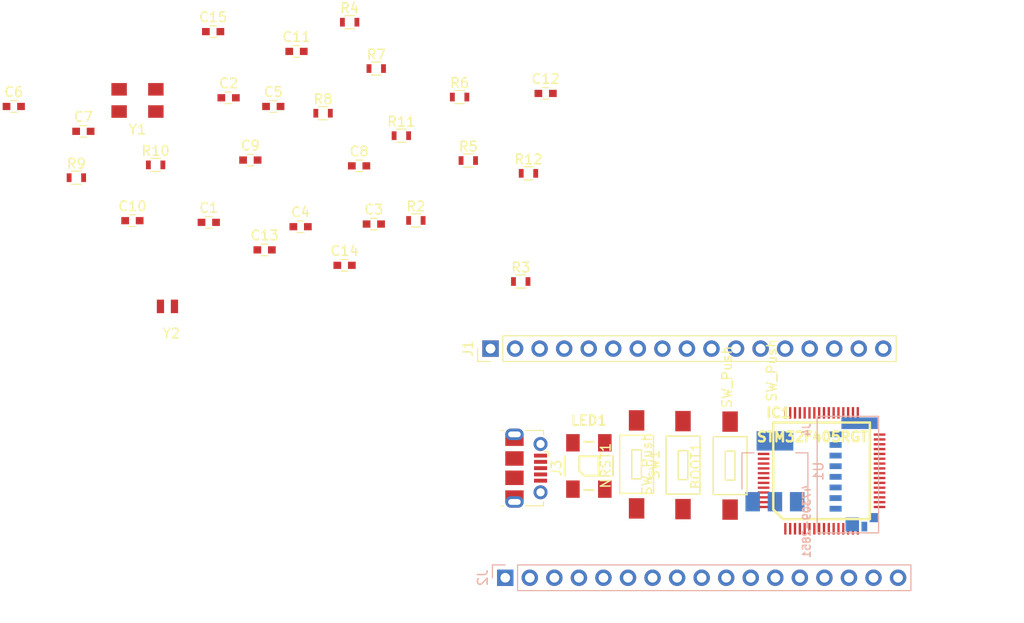
<source format=kicad_pcb>
(kicad_pcb (version 4) (host pcbnew 4.0.7)

  (general
    (links 87)
    (no_connects 85)
    (area 0 0 0 0)
    (thickness 1.6)
    (drawings 0)
    (tracks 0)
    (zones 0)
    (modules 38)
    (nets 99)
  )

  (page A4)
  (layers
    (0 F.Cu signal)
    (31 B.Cu signal)
    (32 B.Adhes user)
    (33 F.Adhes user hide)
    (34 B.Paste user)
    (35 F.Paste user)
    (36 B.SilkS user)
    (37 F.SilkS user)
    (38 B.Mask user)
    (39 F.Mask user)
    (40 Dwgs.User user)
    (41 Cmts.User user)
    (42 Eco1.User user hide)
    (43 Eco2.User user hide)
    (44 Edge.Cuts user)
    (45 Margin user hide)
    (46 B.CrtYd user)
    (47 F.CrtYd user)
    (48 B.Fab user)
    (49 F.Fab user hide)
  )

  (setup
    (last_trace_width 0.25)
    (trace_clearance 0.2)
    (zone_clearance 0.508)
    (zone_45_only no)
    (trace_min 0.2)
    (segment_width 0.2)
    (edge_width 0.15)
    (via_size 0.6)
    (via_drill 0.4)
    (via_min_size 0.4)
    (via_min_drill 0.3)
    (uvia_size 0.3)
    (uvia_drill 0.1)
    (uvias_allowed no)
    (uvia_min_size 0.2)
    (uvia_min_drill 0.1)
    (pcb_text_width 0.3)
    (pcb_text_size 1.5 1.5)
    (mod_edge_width 0.15)
    (mod_text_size 1 1)
    (mod_text_width 0.15)
    (pad_size 1.524 1.524)
    (pad_drill 0.762)
    (pad_to_mask_clearance 0.2)
    (aux_axis_origin 0 0)
    (visible_elements FFFFF77F)
    (pcbplotparams
      (layerselection 0x00030_80000001)
      (usegerberextensions false)
      (excludeedgelayer true)
      (linewidth 0.100000)
      (plotframeref false)
      (viasonmask false)
      (mode 1)
      (useauxorigin false)
      (hpglpennumber 1)
      (hpglpenspeed 20)
      (hpglpendiameter 15)
      (hpglpenoverlay 2)
      (psnegative false)
      (psa4output false)
      (plotreference true)
      (plotvalue true)
      (plotinvisibletext false)
      (padsonsilk false)
      (subtractmaskfromsilk false)
      (outputformat 1)
      (mirror false)
      (drillshape 1)
      (scaleselection 1)
      (outputdirectory ""))
  )

  (net 0 "")
  (net 1 +3V3)
  (net 2 /BOOT0)
  (net 3 GND)
  (net 4 /N$9)
  (net 5 /N$10)
  (net 6 /N$6)
  (net 7 /N$5)
  (net 8 /N$1)
  (net 9 /N$2)
  (net 10 +BATT)
  (net 11 /NRST)
  (net 12 /GSM_PWRKEY)
  (net 13 /GPS_HSD_SW)
  (net 14 /GSM_HSD_SW)
  (net 15 /INST3_HSD_SW)
  (net 16 /INST1_TTL_RX)
  (net 17 /INST1_TTL_TX)
  (net 18 /INST2_TTL_RX)
  (net 19 /INST2_TTL_TX)
  (net 20 /IO_PA4)
  (net 21 /IO_PA5)
  (net 22 /IO_PA6)
  (net 23 /IO_PA7)
  (net 24 /INST2_HSD_SW)
  (net 25 /INST1_HSD_SW)
  (net 26 /INA219_HSD_SW)
  (net 27 /IO_PB1)
  (net 28 /IO_PB2)
  (net 29 /GSM_RX)
  (net 30 /GPS_TX)
  (net 31 /IO_PB12)
  (net 32 /IO_PB13)
  (net 33 /IO_PB14)
  (net 34 /IO_PB15)
  (net 35 /INST3_TTL_RX)
  (net 36 /INST3_TTL_TX)
  (net 37 /SDIO_D0)
  (net 38 /SDIO_D1)
  (net 39 /LEDR1)
  (net 40 /FS_VUSB)
  (net 41 /FS_USB_ID)
  (net 42 /FS_DM)
  (net 43 /FS_DP)
  (net 44 /USR_SW)
  (net 45 /IO_PA14)
  (net 46 /IO_PA15)
  (net 47 /SDIO_D2)
  (net 48 /SDIO_D3)
  (net 49 /SDIO_CK)
  (net 50 /SDIO_CMD)
  (net 51 /IO_PB3)
  (net 52 /IO_PB4)
  (net 53 /MMA_AVDD)
  (net 54 /GPS_I2C_SCK)
  (net 55 /GPS_I2C_SDA)
  (net 56 /SD_CARD_HSD_SW)
  (net 57 /IO_PB9)
  (net 58 "Net-(J3-Pad3)")
  (net 59 "Net-(J3-Pad2)")
  (net 60 "Net-(J3-Pad6)")
  (net 61 "Net-(R12-Pad1)")
  (net 62 "Net-(LED1-Pad2)")
  (net 63 "Net-(J1-Pad1)")
  (net 64 "Net-(J1-Pad2)")
  (net 65 "Net-(J1-Pad3)")
  (net 66 "Net-(J1-Pad4)")
  (net 67 "Net-(J1-Pad5)")
  (net 68 "Net-(J1-Pad6)")
  (net 69 "Net-(J1-Pad7)")
  (net 70 "Net-(J1-Pad8)")
  (net 71 "Net-(J1-Pad9)")
  (net 72 "Net-(J1-Pad10)")
  (net 73 "Net-(J1-Pad11)")
  (net 74 "Net-(J1-Pad12)")
  (net 75 "Net-(J1-Pad13)")
  (net 76 "Net-(J1-Pad14)")
  (net 77 "Net-(J1-Pad15)")
  (net 78 "Net-(J1-Pad16)")
  (net 79 "Net-(J1-Pad17)")
  (net 80 "Net-(J2-Pad1)")
  (net 81 "Net-(J2-Pad2)")
  (net 82 "Net-(J2-Pad3)")
  (net 83 "Net-(J2-Pad4)")
  (net 84 "Net-(J2-Pad5)")
  (net 85 "Net-(J2-Pad6)")
  (net 86 "Net-(J2-Pad7)")
  (net 87 "Net-(J2-Pad8)")
  (net 88 "Net-(J2-Pad9)")
  (net 89 "Net-(J2-Pad10)")
  (net 90 "Net-(J2-Pad11)")
  (net 91 "Net-(J2-Pad12)")
  (net 92 "Net-(J2-Pad13)")
  (net 93 "Net-(J2-Pad14)")
  (net 94 "Net-(J2-Pad15)")
  (net 95 "Net-(J2-Pad16)")
  (net 96 "Net-(J2-Pad17)")
  (net 97 "Net-(J4-PadG3)")
  (net 98 "Net-(J4-PadG4)")

  (net_class Default "This is the default net class."
    (clearance 0.2)
    (trace_width 0.25)
    (via_dia 0.6)
    (via_drill 0.4)
    (uvia_dia 0.3)
    (uvia_drill 0.1)
    (add_net +3V3)
    (add_net +BATT)
    (add_net /BOOT0)
    (add_net /FS_DM)
    (add_net /FS_DP)
    (add_net /FS_USB_ID)
    (add_net /FS_VUSB)
    (add_net /GPS_HSD_SW)
    (add_net /GPS_I2C_SCK)
    (add_net /GPS_I2C_SDA)
    (add_net /GPS_TX)
    (add_net /GSM_HSD_SW)
    (add_net /GSM_PWRKEY)
    (add_net /GSM_RX)
    (add_net /INA219_HSD_SW)
    (add_net /INST1_HSD_SW)
    (add_net /INST1_TTL_RX)
    (add_net /INST1_TTL_TX)
    (add_net /INST2_HSD_SW)
    (add_net /INST2_TTL_RX)
    (add_net /INST2_TTL_TX)
    (add_net /INST3_HSD_SW)
    (add_net /INST3_TTL_RX)
    (add_net /INST3_TTL_TX)
    (add_net /IO_PA14)
    (add_net /IO_PA15)
    (add_net /IO_PA4)
    (add_net /IO_PA5)
    (add_net /IO_PA6)
    (add_net /IO_PA7)
    (add_net /IO_PB1)
    (add_net /IO_PB12)
    (add_net /IO_PB13)
    (add_net /IO_PB14)
    (add_net /IO_PB15)
    (add_net /IO_PB2)
    (add_net /IO_PB3)
    (add_net /IO_PB4)
    (add_net /IO_PB9)
    (add_net /LEDR1)
    (add_net /MMA_AVDD)
    (add_net /N$1)
    (add_net /N$10)
    (add_net /N$2)
    (add_net /N$5)
    (add_net /N$6)
    (add_net /N$9)
    (add_net /NRST)
    (add_net /SDIO_CK)
    (add_net /SDIO_CMD)
    (add_net /SDIO_D0)
    (add_net /SDIO_D1)
    (add_net /SDIO_D2)
    (add_net /SDIO_D3)
    (add_net /SD_CARD_HSD_SW)
    (add_net /USR_SW)
    (add_net GND)
    (add_net "Net-(J1-Pad1)")
    (add_net "Net-(J1-Pad10)")
    (add_net "Net-(J1-Pad11)")
    (add_net "Net-(J1-Pad12)")
    (add_net "Net-(J1-Pad13)")
    (add_net "Net-(J1-Pad14)")
    (add_net "Net-(J1-Pad15)")
    (add_net "Net-(J1-Pad16)")
    (add_net "Net-(J1-Pad17)")
    (add_net "Net-(J1-Pad2)")
    (add_net "Net-(J1-Pad3)")
    (add_net "Net-(J1-Pad4)")
    (add_net "Net-(J1-Pad5)")
    (add_net "Net-(J1-Pad6)")
    (add_net "Net-(J1-Pad7)")
    (add_net "Net-(J1-Pad8)")
    (add_net "Net-(J1-Pad9)")
    (add_net "Net-(J2-Pad1)")
    (add_net "Net-(J2-Pad10)")
    (add_net "Net-(J2-Pad11)")
    (add_net "Net-(J2-Pad12)")
    (add_net "Net-(J2-Pad13)")
    (add_net "Net-(J2-Pad14)")
    (add_net "Net-(J2-Pad15)")
    (add_net "Net-(J2-Pad16)")
    (add_net "Net-(J2-Pad17)")
    (add_net "Net-(J2-Pad2)")
    (add_net "Net-(J2-Pad3)")
    (add_net "Net-(J2-Pad4)")
    (add_net "Net-(J2-Pad5)")
    (add_net "Net-(J2-Pad6)")
    (add_net "Net-(J2-Pad7)")
    (add_net "Net-(J2-Pad8)")
    (add_net "Net-(J2-Pad9)")
    (add_net "Net-(J3-Pad2)")
    (add_net "Net-(J3-Pad3)")
    (add_net "Net-(J3-Pad6)")
    (add_net "Net-(J4-PadG3)")
    (add_net "Net-(J4-PadG4)")
    (add_net "Net-(LED1-Pad2)")
    (add_net "Net-(R12-Pad1)")
  )

  (module my_footprints:molex_sd_47309-2851 (layer B.Cu) (tedit 0) (tstamp 5B630671)
    (at 176.775 98.525 270)
    (descr "<b>TFR Header with Detect Pin</b>")
    (path /5B594E99)
    (fp_text reference J4 (at -5.08 2.54 270) (layer B.SilkS)
      (effects (font (size 0.77216 0.77216) (thickness 0.16256)) (justify left bottom mirror))
    )
    (fp_text value 47309-2851 (at 1.27 2.54 270) (layer B.SilkS)
      (effects (font (size 0.77216 0.77216) (thickness 0.16256)) (justify left bottom mirror))
    )
    (fp_line (start -5.4 1.325) (end 6 1.325) (layer Dwgs.User) (width 0.127))
    (fp_line (start 6 1.325) (end 6 -0.05) (layer Dwgs.User) (width 0.127))
    (fp_line (start 6 -0.05) (end 6 -0.6) (layer Dwgs.User) (width 0.127))
    (fp_line (start 6 -0.6) (end 6 -2.05) (layer Dwgs.User) (width 0.127))
    (fp_line (start 6 -2.05) (end 6 -4.175) (layer Dwgs.User) (width 0.127))
    (fp_line (start 6 -4.175) (end -5.4 -4.175) (layer Dwgs.User) (width 0.127))
    (fp_line (start -5.4 -4.175) (end -5.4 1.325) (layer Dwgs.User) (width 0.127))
    (fp_line (start 6.2 -6.9) (end 6.2 -5.5) (layer Dwgs.User) (width 0.127))
    (fp_line (start 6.2 -5.5) (end 4.9 -4.15) (layer Dwgs.User) (width 0.127))
    (fp_line (start 4.85 -4.1) (end 4.85 0.35) (layer Cmts.User) (width 0.127))
    (fp_arc (start 4.2 0.349999) (end 4.85 0.35) (angle 90) (layer Cmts.User) (width 0.127))
    (fp_line (start 4.2 1) (end -4.2 1) (layer Cmts.User) (width 0.127))
    (fp_arc (start -4.175 0.374999) (end -4.2 1) (angle 90) (layer Cmts.User) (width 0.127))
    (fp_line (start -4.8 0.35) (end -4.8 -13.35) (layer Cmts.User) (width 0.127))
    (fp_arc (start -4.2 -13.35) (end -4.8 -13.35) (angle 90) (layer Dwgs.User) (width 0.127))
    (fp_line (start -4.2 -13.95) (end 5.45 -14) (layer Dwgs.User) (width 0.127))
    (fp_arc (start 5.35 -13.15) (end 5.45 -14) (angle 90) (layer Dwgs.User) (width 0.127))
    (fp_line (start 6.2 -13.05) (end 6.2 -8.7) (layer Dwgs.User) (width 0.127))
    (fp_line (start 6.2 -8.7) (end 5.6 -8.05) (layer Dwgs.User) (width 0.127))
    (fp_line (start 5.6 -8.05) (end 5.6 -7.1) (layer Dwgs.User) (width 0.127))
    (fp_arc (start 5.775 -7.075) (end 5.6 -7.1) (angle -90) (layer Dwgs.User) (width 0.127))
    (fp_arc (start 0.866782 -44.008832) (end -4.8 -12.7) (angle -20) (layer Dwgs.User) (width 0.127))
    (fp_line (start -3.35 1.3) (end -3.35 1.05) (layer Dwgs.User) (width 0.127))
    (fp_line (start -3.35 1.05) (end -3.35 0.55) (layer Dwgs.User) (width 0.127))
    (fp_arc (start -3.45 0.55) (end -3.35 0.55) (angle -90) (layer Dwgs.User) (width 0.127))
    (fp_line (start -3.45 0.45) (end -5.15 0.45) (layer Dwgs.User) (width 0.127))
    (fp_line (start -5.15 0.45) (end -5.35 0.45) (layer Dwgs.User) (width 0.127))
    (fp_line (start -5.15 0.45) (end -5.15 -4.15) (layer Dwgs.User) (width 0.127))
    (fp_line (start 3.9 1.3) (end 3.9 1.05) (layer Dwgs.User) (width 0.127))
    (fp_line (start 3.9 1.05) (end 3.9 0.55) (layer Dwgs.User) (width 0.127))
    (fp_arc (start 4.05 0.55) (end 3.9 0.55) (angle 90) (layer Dwgs.User) (width 0.127))
    (fp_line (start 4.05 0.4) (end 4.4 0.4) (layer Dwgs.User) (width 0.127))
    (fp_line (start 4.4 0.4) (end 4.85 0.4) (layer Dwgs.User) (width 0.127))
    (fp_line (start 4.85 0.4) (end 5.35 0.4) (layer Dwgs.User) (width 0.127))
    (fp_line (start 5.35 0.4) (end 5.4 0.4) (layer Dwgs.User) (width 0.127))
    (fp_arc (start 5.4 0.3) (end 5.4 0.4) (angle -90) (layer Dwgs.User) (width 0.127))
    (fp_line (start 5.5 0.3) (end 5.5 0.1) (layer Dwgs.User) (width 0.127))
    (fp_arc (start 5.65 0.1) (end 5.5 0.1) (angle 90) (layer Dwgs.User) (width 0.127))
    (fp_line (start 5.65 -0.05) (end 6 -0.05) (layer Dwgs.User) (width 0.127))
    (fp_line (start 5.4 0.4) (end 5.75 0.4) (layer Dwgs.User) (width 0.127))
    (fp_line (start 5.75 0.4) (end 5.75 0.3) (layer Dwgs.User) (width 0.127))
    (fp_line (start 5.75 0.3) (end 5.75 0) (layer Dwgs.User) (width 0.127))
    (fp_line (start 5.75 0.3) (end 5.5 0.3) (layer Dwgs.User) (width 0.127))
    (fp_line (start 3.9 1.05) (end -3.35 1.05) (layer Dwgs.User) (width 0.127))
    (fp_line (start 4.4 0.4) (end 4.6 0.55) (layer Dwgs.User) (width 0.127))
    (fp_arc (start 4.675 0.449999) (end 4.6 0.55) (angle -73.739795) (layer Dwgs.User) (width 0.127))
    (fp_arc (start 4.784807 0.720096) (end 4.75 0.55) (angle 150) (layer Dwgs.User) (width 0.127))
    (fp_line (start 4.9 0.85) (end 5 0.9) (layer Dwgs.User) (width 0.127))
    (fp_line (start 4.85 0.4) (end 4.95 0.45) (layer Dwgs.User) (width 0.127))
    (fp_arc (start 4.824998 0.691666) (end 4.95 0.45) (angle 112.619452) (layer Dwgs.User) (width 0.127))
    (fp_line (start 5.35 0.4) (end 5.35 1.1) (layer Dwgs.User) (width 0.127))
    (fp_line (start 5.35 1.1) (end 5.5 1.1) (layer Dwgs.User) (width 0.127))
    (fp_line (start 5.5 1.1) (end 5.5 0.45) (layer Dwgs.User) (width 0.127))
    (fp_line (start 4.6 -0.7) (end 4.6 -1.95) (layer Dwgs.User) (width 0.127))
    (fp_arc (start 4.7 -1.95) (end 4.6 -1.95) (angle 90) (layer Dwgs.User) (width 0.127))
    (fp_line (start 4.7 -2.05) (end 4.9 -2.05) (layer Dwgs.User) (width 0.127))
    (fp_arc (start 4.9 -1.95) (end 4.9 -2.05) (angle 90) (layer Dwgs.User) (width 0.127))
    (fp_line (start 5 -1.95) (end 5 -0.7) (layer Dwgs.User) (width 0.127))
    (fp_arc (start 4.9 -0.7) (end 5 -0.7) (angle 90) (layer Dwgs.User) (width 0.127))
    (fp_line (start 4.9 -0.6) (end 4.7 -0.6) (layer Dwgs.User) (width 0.127))
    (fp_arc (start 4.7 -0.7) (end 4.7 -0.6) (angle 90) (layer Dwgs.User) (width 0.127))
    (fp_line (start 6 -0.6) (end 5.8 -0.6) (layer Dwgs.User) (width 0.127))
    (fp_line (start 5.8 -0.6) (end 5.55 -0.6) (layer Dwgs.User) (width 0.127))
    (fp_line (start 5.55 -0.6) (end 5.45 -0.6) (layer Dwgs.User) (width 0.127))
    (fp_arc (start 5.45 -0.65) (end 5.45 -0.6) (angle 90) (layer Dwgs.User) (width 0.127))
    (fp_line (start 5.4 -0.65) (end 5.4 -1.9) (layer Dwgs.User) (width 0.127))
    (fp_arc (start 5.55 -1.9) (end 5.4 -1.9) (angle 90) (layer Dwgs.User) (width 0.127))
    (fp_line (start 5.55 -2.05) (end 5.8 -2.05) (layer Dwgs.User) (width 0.127))
    (fp_line (start 5.8 -2.05) (end 6 -2.05) (layer Dwgs.User) (width 0.127))
    (fp_line (start 5.8 -0.6) (end 5.8 -1.25) (layer Dwgs.User) (width 0.127))
    (fp_line (start 5.8 -1.25) (end 5.8 -2.05) (layer Dwgs.User) (width 0.127))
    (fp_line (start 5.55 -0.6) (end 5.55 -1.25) (layer Dwgs.User) (width 0.127))
    (fp_line (start 5.55 -1.25) (end 5.55 -2.05) (layer Dwgs.User) (width 0.127))
    (fp_line (start 5.8 -1.25) (end 5.55 -1.25) (layer Dwgs.User) (width 0.127))
    (fp_line (start 6.2 -6.9) (end 5.75 -6.9) (layer Dwgs.User) (width 0.127))
    (fp_line (start 6.25 -12.35) (end 6.25 -10.95) (layer Cmts.User) (width 0.127))
    (fp_line (start 6.25 -10.95) (end 4.9 -9.55) (layer Cmts.User) (width 0.127))
    (fp_line (start 4.9 -9.55) (end 4.9 -5.1) (layer Cmts.User) (width 0.127))
    (fp_arc (start 4.25 -5.1) (end 4.9 -5.1) (angle 90) (layer Cmts.User) (width 0.127))
    (fp_line (start 4.25 -4.45) (end -4.15 -4.45) (layer Cmts.User) (width 0.127))
    (fp_arc (start -4.125 -5.075) (end -4.15 -4.45) (angle 90) (layer Cmts.User) (width 0.127))
    (fp_line (start -4.75 -5.1) (end -4.75 -18.15) (layer Cmts.User) (width 0.127))
    (fp_line (start -4.75 -18.15) (end -4.75 -18.8) (layer Cmts.User) (width 0.127))
    (fp_arc (start -4.15 -18.8) (end -4.75 -18.8) (angle 90) (layer Cmts.User) (width 0.127))
    (fp_line (start -4.15 -19.4) (end 5.5 -19.45) (layer Cmts.User) (width 0.127))
    (fp_arc (start 5.4 -18.6) (end 5.5 -19.45) (angle 90) (layer Cmts.User) (width 0.127))
    (fp_line (start 6.25 -18.5) (end 6.25 -14.15) (layer Cmts.User) (width 0.127))
    (fp_line (start 6.25 -14.15) (end 5.65 -13.5) (layer Cmts.User) (width 0.127))
    (fp_line (start 5.65 -13.5) (end 5.65 -12.55) (layer Cmts.User) (width 0.127))
    (fp_arc (start 5.825 -12.525) (end 5.65 -12.55) (angle -90) (layer Cmts.User) (width 0.127))
    (fp_arc (start 0.916782 -49.458832) (end -4.75 -18.15) (angle -20) (layer Cmts.User) (width 0.127))
    (fp_line (start 6.25 -12.35) (end 5.8 -12.35) (layer Cmts.User) (width 0.127))
    (fp_line (start -4.8 -13.3) (end -4.8 -4.15) (layer Dwgs.User) (width 0.127))
    (fp_line (start -5.715 1.905) (end 6.35 1.905) (layer B.SilkS) (width 0.127))
    (fp_line (start 6.35 1.905) (end 6.35 -4.445) (layer B.SilkS) (width 0.127))
    (fp_line (start 6.35 -4.445) (end -5.715 -4.445) (layer B.SilkS) (width 0.127))
    (fp_line (start -5.715 -4.445) (end -5.715 1.905) (layer B.SilkS) (width 0.127))
    (pad P1 smd rect (at 3.85 0 180) (size 1.25 0.6) (layers B.Cu B.Paste B.Mask))
    (pad P2 smd rect (at 2.75 0 180) (size 1.25 0.6) (layers B.Cu B.Paste B.Mask))
    (pad P3 smd rect (at 1.65 0 180) (size 1.25 0.6) (layers B.Cu B.Paste B.Mask))
    (pad P4 smd rect (at 0.55 0 180) (size 1.25 0.6) (layers B.Cu B.Paste B.Mask))
    (pad P5 smd rect (at -0.55 0 180) (size 1.25 0.6) (layers B.Cu B.Paste B.Mask))
    (pad P6 smd rect (at -1.65 0 180) (size 1.25 0.6) (layers B.Cu B.Paste B.Mask))
    (pad P7 smd rect (at -2.75 0 180) (size 1.25 0.6) (layers B.Cu B.Paste B.Mask))
    (pad P8 smd rect (at -3.85 0 180) (size 1.25 0.6) (layers B.Cu B.Paste B.Mask))
    (pad G1 smd rect (at -5 -2.48 180) (size 3.75 1.2) (layers B.Cu B.Paste B.Mask)
      (net 3 GND))
    (pad G2 smd rect (at 5.475 -1.725 90) (size 1.45 1.4) (layers B.Cu B.Paste B.Mask)
      (net 3 GND))
    (pad G3 smd rect (at 5.7 -2.975 90) (size 1 0.6) (layers B.Cu B.Paste B.Mask)
      (net 97 "Net-(J4-PadG3)"))
    (pad G4 smd rect (at 4.775 -3.95 270) (size 0.95 0.85) (layers B.Cu B.Paste B.Mask)
      (net 98 "Net-(J4-PadG4)"))
  )

  (module Capacitors_SMD:C_0603 (layer F.Cu) (tedit 59958EE7) (tstamp 5B40BEAB)
    (at 111.925 72.725)
    (descr "Capacitor SMD 0603, reflow soldering, AVX (see smccp.pdf)")
    (tags "capacitor 0603")
    (path /5B40BCD0)
    (attr smd)
    (fp_text reference C1 (at 0 -1.5) (layer F.SilkS)
      (effects (font (size 1 1) (thickness 0.15)))
    )
    (fp_text value 12p (at 0 1.5) (layer F.Fab)
      (effects (font (size 1 1) (thickness 0.15)))
    )
    (fp_line (start 1.4 0.65) (end -1.4 0.65) (layer F.CrtYd) (width 0.05))
    (fp_line (start 1.4 0.65) (end 1.4 -0.65) (layer F.CrtYd) (width 0.05))
    (fp_line (start -1.4 -0.65) (end -1.4 0.65) (layer F.CrtYd) (width 0.05))
    (fp_line (start -1.4 -0.65) (end 1.4 -0.65) (layer F.CrtYd) (width 0.05))
    (fp_line (start 0.35 0.6) (end -0.35 0.6) (layer F.SilkS) (width 0.12))
    (fp_line (start -0.35 -0.6) (end 0.35 -0.6) (layer F.SilkS) (width 0.12))
    (fp_line (start -0.8 -0.4) (end 0.8 -0.4) (layer F.Fab) (width 0.1))
    (fp_line (start 0.8 -0.4) (end 0.8 0.4) (layer F.Fab) (width 0.1))
    (fp_line (start 0.8 0.4) (end -0.8 0.4) (layer F.Fab) (width 0.1))
    (fp_line (start -0.8 0.4) (end -0.8 -0.4) (layer F.Fab) (width 0.1))
    (fp_text user %R (at 0 0) (layer F.Fab)
      (effects (font (size 0.3 0.3) (thickness 0.075)))
    )
    (pad 2 smd rect (at 0.75 0) (size 0.8 0.75) (layers F.Cu F.Paste F.Mask)
      (net 3 GND))
    (pad 1 smd rect (at -0.75 0) (size 0.8 0.75) (layers F.Cu F.Paste F.Mask)
      (net 4 /N$9))
    (model Capacitors_SMD.3dshapes/C_0603.wrl
      (at (xyz 0 0 0))
      (scale (xyz 1 1 1))
      (rotate (xyz 0 0 0))
    )
  )

  (module Capacitors_SMD:C_0603 (layer F.Cu) (tedit 59958EE7) (tstamp 5B40BEBC)
    (at 113.975 59.825)
    (descr "Capacitor SMD 0603, reflow soldering, AVX (see smccp.pdf)")
    (tags "capacitor 0603")
    (path /5B40BCCF)
    (attr smd)
    (fp_text reference C2 (at 0 -1.5) (layer F.SilkS)
      (effects (font (size 1 1) (thickness 0.15)))
    )
    (fp_text value 12p (at 0 1.5) (layer F.Fab)
      (effects (font (size 1 1) (thickness 0.15)))
    )
    (fp_line (start 1.4 0.65) (end -1.4 0.65) (layer F.CrtYd) (width 0.05))
    (fp_line (start 1.4 0.65) (end 1.4 -0.65) (layer F.CrtYd) (width 0.05))
    (fp_line (start -1.4 -0.65) (end -1.4 0.65) (layer F.CrtYd) (width 0.05))
    (fp_line (start -1.4 -0.65) (end 1.4 -0.65) (layer F.CrtYd) (width 0.05))
    (fp_line (start 0.35 0.6) (end -0.35 0.6) (layer F.SilkS) (width 0.12))
    (fp_line (start -0.35 -0.6) (end 0.35 -0.6) (layer F.SilkS) (width 0.12))
    (fp_line (start -0.8 -0.4) (end 0.8 -0.4) (layer F.Fab) (width 0.1))
    (fp_line (start 0.8 -0.4) (end 0.8 0.4) (layer F.Fab) (width 0.1))
    (fp_line (start 0.8 0.4) (end -0.8 0.4) (layer F.Fab) (width 0.1))
    (fp_line (start -0.8 0.4) (end -0.8 -0.4) (layer F.Fab) (width 0.1))
    (fp_text user %R (at 0 0) (layer F.Fab)
      (effects (font (size 0.3 0.3) (thickness 0.075)))
    )
    (pad 2 smd rect (at 0.75 0) (size 0.8 0.75) (layers F.Cu F.Paste F.Mask)
      (net 3 GND))
    (pad 1 smd rect (at -0.75 0) (size 0.8 0.75) (layers F.Cu F.Paste F.Mask)
      (net 5 /N$10))
    (model Capacitors_SMD.3dshapes/C_0603.wrl
      (at (xyz 0 0 0))
      (scale (xyz 1 1 1))
      (rotate (xyz 0 0 0))
    )
  )

  (module Capacitors_SMD:C_0603 (layer F.Cu) (tedit 59958EE7) (tstamp 5B40BECD)
    (at 129 72.9)
    (descr "Capacitor SMD 0603, reflow soldering, AVX (see smccp.pdf)")
    (tags "capacitor 0603")
    (path /5B40BCCB)
    (attr smd)
    (fp_text reference C3 (at 0 -1.5) (layer F.SilkS)
      (effects (font (size 1 1) (thickness 0.15)))
    )
    (fp_text value 12p (at 0 1.5) (layer F.Fab)
      (effects (font (size 1 1) (thickness 0.15)))
    )
    (fp_line (start 1.4 0.65) (end -1.4 0.65) (layer F.CrtYd) (width 0.05))
    (fp_line (start 1.4 0.65) (end 1.4 -0.65) (layer F.CrtYd) (width 0.05))
    (fp_line (start -1.4 -0.65) (end -1.4 0.65) (layer F.CrtYd) (width 0.05))
    (fp_line (start -1.4 -0.65) (end 1.4 -0.65) (layer F.CrtYd) (width 0.05))
    (fp_line (start 0.35 0.6) (end -0.35 0.6) (layer F.SilkS) (width 0.12))
    (fp_line (start -0.35 -0.6) (end 0.35 -0.6) (layer F.SilkS) (width 0.12))
    (fp_line (start -0.8 -0.4) (end 0.8 -0.4) (layer F.Fab) (width 0.1))
    (fp_line (start 0.8 -0.4) (end 0.8 0.4) (layer F.Fab) (width 0.1))
    (fp_line (start 0.8 0.4) (end -0.8 0.4) (layer F.Fab) (width 0.1))
    (fp_line (start -0.8 0.4) (end -0.8 -0.4) (layer F.Fab) (width 0.1))
    (fp_text user %R (at 0 0) (layer F.Fab)
      (effects (font (size 0.3 0.3) (thickness 0.075)))
    )
    (pad 2 smd rect (at 0.75 0) (size 0.8 0.75) (layers F.Cu F.Paste F.Mask)
      (net 3 GND))
    (pad 1 smd rect (at -0.75 0) (size 0.8 0.75) (layers F.Cu F.Paste F.Mask)
      (net 6 /N$6))
    (model Capacitors_SMD.3dshapes/C_0603.wrl
      (at (xyz 0 0 0))
      (scale (xyz 1 1 1))
      (rotate (xyz 0 0 0))
    )
  )

  (module Capacitors_SMD:C_0603 (layer F.Cu) (tedit 59958EE7) (tstamp 5B40BEDE)
    (at 121.425 73.175)
    (descr "Capacitor SMD 0603, reflow soldering, AVX (see smccp.pdf)")
    (tags "capacitor 0603")
    (path /5B40BCCC)
    (attr smd)
    (fp_text reference C4 (at 0 -1.5) (layer F.SilkS)
      (effects (font (size 1 1) (thickness 0.15)))
    )
    (fp_text value 12p (at 0 1.5) (layer F.Fab)
      (effects (font (size 1 1) (thickness 0.15)))
    )
    (fp_line (start 1.4 0.65) (end -1.4 0.65) (layer F.CrtYd) (width 0.05))
    (fp_line (start 1.4 0.65) (end 1.4 -0.65) (layer F.CrtYd) (width 0.05))
    (fp_line (start -1.4 -0.65) (end -1.4 0.65) (layer F.CrtYd) (width 0.05))
    (fp_line (start -1.4 -0.65) (end 1.4 -0.65) (layer F.CrtYd) (width 0.05))
    (fp_line (start 0.35 0.6) (end -0.35 0.6) (layer F.SilkS) (width 0.12))
    (fp_line (start -0.35 -0.6) (end 0.35 -0.6) (layer F.SilkS) (width 0.12))
    (fp_line (start -0.8 -0.4) (end 0.8 -0.4) (layer F.Fab) (width 0.1))
    (fp_line (start 0.8 -0.4) (end 0.8 0.4) (layer F.Fab) (width 0.1))
    (fp_line (start 0.8 0.4) (end -0.8 0.4) (layer F.Fab) (width 0.1))
    (fp_line (start -0.8 0.4) (end -0.8 -0.4) (layer F.Fab) (width 0.1))
    (fp_text user %R (at 0 0) (layer F.Fab)
      (effects (font (size 0.3 0.3) (thickness 0.075)))
    )
    (pad 2 smd rect (at 0.75 0) (size 0.8 0.75) (layers F.Cu F.Paste F.Mask)
      (net 3 GND))
    (pad 1 smd rect (at -0.75 0) (size 0.8 0.75) (layers F.Cu F.Paste F.Mask)
      (net 7 /N$5))
    (model Capacitors_SMD.3dshapes/C_0603.wrl
      (at (xyz 0 0 0))
      (scale (xyz 1 1 1))
      (rotate (xyz 0 0 0))
    )
  )

  (module Capacitors_SMD:C_0603 (layer F.Cu) (tedit 59958EE7) (tstamp 5B40BEEF)
    (at 118.6 60.725)
    (descr "Capacitor SMD 0603, reflow soldering, AVX (see smccp.pdf)")
    (tags "capacitor 0603")
    (path /5B40BCD1)
    (attr smd)
    (fp_text reference C5 (at 0 -1.5) (layer F.SilkS)
      (effects (font (size 1 1) (thickness 0.15)))
    )
    (fp_text value 2u2 (at 0 1.5) (layer F.Fab)
      (effects (font (size 1 1) (thickness 0.15)))
    )
    (fp_line (start 1.4 0.65) (end -1.4 0.65) (layer F.CrtYd) (width 0.05))
    (fp_line (start 1.4 0.65) (end 1.4 -0.65) (layer F.CrtYd) (width 0.05))
    (fp_line (start -1.4 -0.65) (end -1.4 0.65) (layer F.CrtYd) (width 0.05))
    (fp_line (start -1.4 -0.65) (end 1.4 -0.65) (layer F.CrtYd) (width 0.05))
    (fp_line (start 0.35 0.6) (end -0.35 0.6) (layer F.SilkS) (width 0.12))
    (fp_line (start -0.35 -0.6) (end 0.35 -0.6) (layer F.SilkS) (width 0.12))
    (fp_line (start -0.8 -0.4) (end 0.8 -0.4) (layer F.Fab) (width 0.1))
    (fp_line (start 0.8 -0.4) (end 0.8 0.4) (layer F.Fab) (width 0.1))
    (fp_line (start 0.8 0.4) (end -0.8 0.4) (layer F.Fab) (width 0.1))
    (fp_line (start -0.8 0.4) (end -0.8 -0.4) (layer F.Fab) (width 0.1))
    (fp_text user %R (at 0 0) (layer F.Fab)
      (effects (font (size 0.3 0.3) (thickness 0.075)))
    )
    (pad 2 smd rect (at 0.75 0) (size 0.8 0.75) (layers F.Cu F.Paste F.Mask)
      (net 8 /N$1))
    (pad 1 smd rect (at -0.75 0) (size 0.8 0.75) (layers F.Cu F.Paste F.Mask)
      (net 3 GND))
    (model Capacitors_SMD.3dshapes/C_0603.wrl
      (at (xyz 0 0 0))
      (scale (xyz 1 1 1))
      (rotate (xyz 0 0 0))
    )
  )

  (module Capacitors_SMD:C_0603 (layer F.Cu) (tedit 59958EE7) (tstamp 5B40BF00)
    (at 91.75 60.725)
    (descr "Capacitor SMD 0603, reflow soldering, AVX (see smccp.pdf)")
    (tags "capacitor 0603")
    (path /5B40BCD2)
    (attr smd)
    (fp_text reference C6 (at 0 -1.5) (layer F.SilkS)
      (effects (font (size 1 1) (thickness 0.15)))
    )
    (fp_text value 2u2 (at 0 1.5) (layer F.Fab)
      (effects (font (size 1 1) (thickness 0.15)))
    )
    (fp_line (start 1.4 0.65) (end -1.4 0.65) (layer F.CrtYd) (width 0.05))
    (fp_line (start 1.4 0.65) (end 1.4 -0.65) (layer F.CrtYd) (width 0.05))
    (fp_line (start -1.4 -0.65) (end -1.4 0.65) (layer F.CrtYd) (width 0.05))
    (fp_line (start -1.4 -0.65) (end 1.4 -0.65) (layer F.CrtYd) (width 0.05))
    (fp_line (start 0.35 0.6) (end -0.35 0.6) (layer F.SilkS) (width 0.12))
    (fp_line (start -0.35 -0.6) (end 0.35 -0.6) (layer F.SilkS) (width 0.12))
    (fp_line (start -0.8 -0.4) (end 0.8 -0.4) (layer F.Fab) (width 0.1))
    (fp_line (start 0.8 -0.4) (end 0.8 0.4) (layer F.Fab) (width 0.1))
    (fp_line (start 0.8 0.4) (end -0.8 0.4) (layer F.Fab) (width 0.1))
    (fp_line (start -0.8 0.4) (end -0.8 -0.4) (layer F.Fab) (width 0.1))
    (fp_text user %R (at 0 0) (layer F.Fab)
      (effects (font (size 0.3 0.3) (thickness 0.075)))
    )
    (pad 2 smd rect (at 0.75 0) (size 0.8 0.75) (layers F.Cu F.Paste F.Mask)
      (net 9 /N$2))
    (pad 1 smd rect (at -0.75 0) (size 0.8 0.75) (layers F.Cu F.Paste F.Mask)
      (net 3 GND))
    (model Capacitors_SMD.3dshapes/C_0603.wrl
      (at (xyz 0 0 0))
      (scale (xyz 1 1 1))
      (rotate (xyz 0 0 0))
    )
  )

  (module Capacitors_SMD:C_0603 (layer F.Cu) (tedit 59958EE7) (tstamp 5B40BF11)
    (at 98.95 63.3)
    (descr "Capacitor SMD 0603, reflow soldering, AVX (see smccp.pdf)")
    (tags "capacitor 0603")
    (path /5B40BCBB)
    (attr smd)
    (fp_text reference C7 (at 0 -1.5) (layer F.SilkS)
      (effects (font (size 1 1) (thickness 0.15)))
    )
    (fp_text value 1u (at 0 1.5) (layer F.Fab)
      (effects (font (size 1 1) (thickness 0.15)))
    )
    (fp_line (start 1.4 0.65) (end -1.4 0.65) (layer F.CrtYd) (width 0.05))
    (fp_line (start 1.4 0.65) (end 1.4 -0.65) (layer F.CrtYd) (width 0.05))
    (fp_line (start -1.4 -0.65) (end -1.4 0.65) (layer F.CrtYd) (width 0.05))
    (fp_line (start -1.4 -0.65) (end 1.4 -0.65) (layer F.CrtYd) (width 0.05))
    (fp_line (start 0.35 0.6) (end -0.35 0.6) (layer F.SilkS) (width 0.12))
    (fp_line (start -0.35 -0.6) (end 0.35 -0.6) (layer F.SilkS) (width 0.12))
    (fp_line (start -0.8 -0.4) (end 0.8 -0.4) (layer F.Fab) (width 0.1))
    (fp_line (start 0.8 -0.4) (end 0.8 0.4) (layer F.Fab) (width 0.1))
    (fp_line (start 0.8 0.4) (end -0.8 0.4) (layer F.Fab) (width 0.1))
    (fp_line (start -0.8 0.4) (end -0.8 -0.4) (layer F.Fab) (width 0.1))
    (fp_text user %R (at 0 0) (layer F.Fab)
      (effects (font (size 0.3 0.3) (thickness 0.075)))
    )
    (pad 2 smd rect (at 0.75 0) (size 0.8 0.75) (layers F.Cu F.Paste F.Mask)
      (net 3 GND))
    (pad 1 smd rect (at -0.75 0) (size 0.8 0.75) (layers F.Cu F.Paste F.Mask)
      (net 10 +BATT))
    (model Capacitors_SMD.3dshapes/C_0603.wrl
      (at (xyz 0 0 0))
      (scale (xyz 1 1 1))
      (rotate (xyz 0 0 0))
    )
  )

  (module Capacitors_SMD:C_0603 (layer F.Cu) (tedit 59958EE7) (tstamp 5B40BF22)
    (at 127.475 66.875)
    (descr "Capacitor SMD 0603, reflow soldering, AVX (see smccp.pdf)")
    (tags "capacitor 0603")
    (path /5B40BCBC)
    (attr smd)
    (fp_text reference C8 (at 0 -1.5) (layer F.SilkS)
      (effects (font (size 1 1) (thickness 0.15)))
    )
    (fp_text value 1u (at 0 1.5) (layer F.Fab)
      (effects (font (size 1 1) (thickness 0.15)))
    )
    (fp_line (start 1.4 0.65) (end -1.4 0.65) (layer F.CrtYd) (width 0.05))
    (fp_line (start 1.4 0.65) (end 1.4 -0.65) (layer F.CrtYd) (width 0.05))
    (fp_line (start -1.4 -0.65) (end -1.4 0.65) (layer F.CrtYd) (width 0.05))
    (fp_line (start -1.4 -0.65) (end 1.4 -0.65) (layer F.CrtYd) (width 0.05))
    (fp_line (start 0.35 0.6) (end -0.35 0.6) (layer F.SilkS) (width 0.12))
    (fp_line (start -0.35 -0.6) (end 0.35 -0.6) (layer F.SilkS) (width 0.12))
    (fp_line (start -0.8 -0.4) (end 0.8 -0.4) (layer F.Fab) (width 0.1))
    (fp_line (start 0.8 -0.4) (end 0.8 0.4) (layer F.Fab) (width 0.1))
    (fp_line (start 0.8 0.4) (end -0.8 0.4) (layer F.Fab) (width 0.1))
    (fp_line (start -0.8 0.4) (end -0.8 -0.4) (layer F.Fab) (width 0.1))
    (fp_text user %R (at 0 0) (layer F.Fab)
      (effects (font (size 0.3 0.3) (thickness 0.075)))
    )
    (pad 2 smd rect (at 0.75 0) (size 0.8 0.75) (layers F.Cu F.Paste F.Mask)
      (net 3 GND))
    (pad 1 smd rect (at -0.75 0) (size 0.8 0.75) (layers F.Cu F.Paste F.Mask)
      (net 1 +3V3))
    (model Capacitors_SMD.3dshapes/C_0603.wrl
      (at (xyz 0 0 0))
      (scale (xyz 1 1 1))
      (rotate (xyz 0 0 0))
    )
  )

  (module Capacitors_SMD:C_0603 (layer F.Cu) (tedit 59958EE7) (tstamp 5B40BF33)
    (at 116.225 66.275)
    (descr "Capacitor SMD 0603, reflow soldering, AVX (see smccp.pdf)")
    (tags "capacitor 0603")
    (path /5B40BCBD)
    (attr smd)
    (fp_text reference C9 (at 0 -1.5) (layer F.SilkS)
      (effects (font (size 1 1) (thickness 0.15)))
    )
    (fp_text value 100n (at 0 1.5) (layer F.Fab)
      (effects (font (size 1 1) (thickness 0.15)))
    )
    (fp_line (start 1.4 0.65) (end -1.4 0.65) (layer F.CrtYd) (width 0.05))
    (fp_line (start 1.4 0.65) (end 1.4 -0.65) (layer F.CrtYd) (width 0.05))
    (fp_line (start -1.4 -0.65) (end -1.4 0.65) (layer F.CrtYd) (width 0.05))
    (fp_line (start -1.4 -0.65) (end 1.4 -0.65) (layer F.CrtYd) (width 0.05))
    (fp_line (start 0.35 0.6) (end -0.35 0.6) (layer F.SilkS) (width 0.12))
    (fp_line (start -0.35 -0.6) (end 0.35 -0.6) (layer F.SilkS) (width 0.12))
    (fp_line (start -0.8 -0.4) (end 0.8 -0.4) (layer F.Fab) (width 0.1))
    (fp_line (start 0.8 -0.4) (end 0.8 0.4) (layer F.Fab) (width 0.1))
    (fp_line (start 0.8 0.4) (end -0.8 0.4) (layer F.Fab) (width 0.1))
    (fp_line (start -0.8 0.4) (end -0.8 -0.4) (layer F.Fab) (width 0.1))
    (fp_text user %R (at 0 0) (layer F.Fab)
      (effects (font (size 0.3 0.3) (thickness 0.075)))
    )
    (pad 2 smd rect (at 0.75 0) (size 0.8 0.75) (layers F.Cu F.Paste F.Mask)
      (net 3 GND))
    (pad 1 smd rect (at -0.75 0) (size 0.8 0.75) (layers F.Cu F.Paste F.Mask)
      (net 1 +3V3))
    (model Capacitors_SMD.3dshapes/C_0603.wrl
      (at (xyz 0 0 0))
      (scale (xyz 1 1 1))
      (rotate (xyz 0 0 0))
    )
  )

  (module Capacitors_SMD:C_0603 (layer F.Cu) (tedit 59958EE7) (tstamp 5B40BF44)
    (at 104.025 72.55)
    (descr "Capacitor SMD 0603, reflow soldering, AVX (see smccp.pdf)")
    (tags "capacitor 0603")
    (path /5B40BCD9)
    (attr smd)
    (fp_text reference C10 (at 0 -1.5) (layer F.SilkS)
      (effects (font (size 1 1) (thickness 0.15)))
    )
    (fp_text value 100n (at 0 1.5) (layer F.Fab)
      (effects (font (size 1 1) (thickness 0.15)))
    )
    (fp_line (start 1.4 0.65) (end -1.4 0.65) (layer F.CrtYd) (width 0.05))
    (fp_line (start 1.4 0.65) (end 1.4 -0.65) (layer F.CrtYd) (width 0.05))
    (fp_line (start -1.4 -0.65) (end -1.4 0.65) (layer F.CrtYd) (width 0.05))
    (fp_line (start -1.4 -0.65) (end 1.4 -0.65) (layer F.CrtYd) (width 0.05))
    (fp_line (start 0.35 0.6) (end -0.35 0.6) (layer F.SilkS) (width 0.12))
    (fp_line (start -0.35 -0.6) (end 0.35 -0.6) (layer F.SilkS) (width 0.12))
    (fp_line (start -0.8 -0.4) (end 0.8 -0.4) (layer F.Fab) (width 0.1))
    (fp_line (start 0.8 -0.4) (end 0.8 0.4) (layer F.Fab) (width 0.1))
    (fp_line (start 0.8 0.4) (end -0.8 0.4) (layer F.Fab) (width 0.1))
    (fp_line (start -0.8 0.4) (end -0.8 -0.4) (layer F.Fab) (width 0.1))
    (fp_text user %R (at 0 0) (layer F.Fab)
      (effects (font (size 0.3 0.3) (thickness 0.075)))
    )
    (pad 2 smd rect (at 0.75 0) (size 0.8 0.75) (layers F.Cu F.Paste F.Mask)
      (net 3 GND))
    (pad 1 smd rect (at -0.75 0) (size 0.8 0.75) (layers F.Cu F.Paste F.Mask)
      (net 1 +3V3))
    (model Capacitors_SMD.3dshapes/C_0603.wrl
      (at (xyz 0 0 0))
      (scale (xyz 1 1 1))
      (rotate (xyz 0 0 0))
    )
  )

  (module Capacitors_SMD:C_0603 (layer F.Cu) (tedit 59958EE7) (tstamp 5B40BF55)
    (at 121 55.025)
    (descr "Capacitor SMD 0603, reflow soldering, AVX (see smccp.pdf)")
    (tags "capacitor 0603")
    (path /5B40BCD8)
    (attr smd)
    (fp_text reference C11 (at 0 -1.5) (layer F.SilkS)
      (effects (font (size 1 1) (thickness 0.15)))
    )
    (fp_text value 100n (at 0 1.5) (layer F.Fab)
      (effects (font (size 1 1) (thickness 0.15)))
    )
    (fp_line (start 1.4 0.65) (end -1.4 0.65) (layer F.CrtYd) (width 0.05))
    (fp_line (start 1.4 0.65) (end 1.4 -0.65) (layer F.CrtYd) (width 0.05))
    (fp_line (start -1.4 -0.65) (end -1.4 0.65) (layer F.CrtYd) (width 0.05))
    (fp_line (start -1.4 -0.65) (end 1.4 -0.65) (layer F.CrtYd) (width 0.05))
    (fp_line (start 0.35 0.6) (end -0.35 0.6) (layer F.SilkS) (width 0.12))
    (fp_line (start -0.35 -0.6) (end 0.35 -0.6) (layer F.SilkS) (width 0.12))
    (fp_line (start -0.8 -0.4) (end 0.8 -0.4) (layer F.Fab) (width 0.1))
    (fp_line (start 0.8 -0.4) (end 0.8 0.4) (layer F.Fab) (width 0.1))
    (fp_line (start 0.8 0.4) (end -0.8 0.4) (layer F.Fab) (width 0.1))
    (fp_line (start -0.8 0.4) (end -0.8 -0.4) (layer F.Fab) (width 0.1))
    (fp_text user %R (at 0 0) (layer F.Fab)
      (effects (font (size 0.3 0.3) (thickness 0.075)))
    )
    (pad 2 smd rect (at 0.75 0) (size 0.8 0.75) (layers F.Cu F.Paste F.Mask)
      (net 3 GND))
    (pad 1 smd rect (at -0.75 0) (size 0.8 0.75) (layers F.Cu F.Paste F.Mask)
      (net 1 +3V3))
    (model Capacitors_SMD.3dshapes/C_0603.wrl
      (at (xyz 0 0 0))
      (scale (xyz 1 1 1))
      (rotate (xyz 0 0 0))
    )
  )

  (module Capacitors_SMD:C_0603 (layer F.Cu) (tedit 59958EE7) (tstamp 5B40BF66)
    (at 146.775 59.375)
    (descr "Capacitor SMD 0603, reflow soldering, AVX (see smccp.pdf)")
    (tags "capacitor 0603")
    (path /5B40BCD7)
    (attr smd)
    (fp_text reference C12 (at 0 -1.5) (layer F.SilkS)
      (effects (font (size 1 1) (thickness 0.15)))
    )
    (fp_text value 100n (at 0 1.5) (layer F.Fab)
      (effects (font (size 1 1) (thickness 0.15)))
    )
    (fp_line (start 1.4 0.65) (end -1.4 0.65) (layer F.CrtYd) (width 0.05))
    (fp_line (start 1.4 0.65) (end 1.4 -0.65) (layer F.CrtYd) (width 0.05))
    (fp_line (start -1.4 -0.65) (end -1.4 0.65) (layer F.CrtYd) (width 0.05))
    (fp_line (start -1.4 -0.65) (end 1.4 -0.65) (layer F.CrtYd) (width 0.05))
    (fp_line (start 0.35 0.6) (end -0.35 0.6) (layer F.SilkS) (width 0.12))
    (fp_line (start -0.35 -0.6) (end 0.35 -0.6) (layer F.SilkS) (width 0.12))
    (fp_line (start -0.8 -0.4) (end 0.8 -0.4) (layer F.Fab) (width 0.1))
    (fp_line (start 0.8 -0.4) (end 0.8 0.4) (layer F.Fab) (width 0.1))
    (fp_line (start 0.8 0.4) (end -0.8 0.4) (layer F.Fab) (width 0.1))
    (fp_line (start -0.8 0.4) (end -0.8 -0.4) (layer F.Fab) (width 0.1))
    (fp_text user %R (at 0 0) (layer F.Fab)
      (effects (font (size 0.3 0.3) (thickness 0.075)))
    )
    (pad 2 smd rect (at 0.75 0) (size 0.8 0.75) (layers F.Cu F.Paste F.Mask)
      (net 3 GND))
    (pad 1 smd rect (at -0.75 0) (size 0.8 0.75) (layers F.Cu F.Paste F.Mask)
      (net 1 +3V3))
    (model Capacitors_SMD.3dshapes/C_0603.wrl
      (at (xyz 0 0 0))
      (scale (xyz 1 1 1))
      (rotate (xyz 0 0 0))
    )
  )

  (module Capacitors_SMD:C_0603 (layer F.Cu) (tedit 59958EE7) (tstamp 5B40BF77)
    (at 117.7 75.575)
    (descr "Capacitor SMD 0603, reflow soldering, AVX (see smccp.pdf)")
    (tags "capacitor 0603")
    (path /5B40BCDF)
    (attr smd)
    (fp_text reference C13 (at 0 -1.5) (layer F.SilkS)
      (effects (font (size 1 1) (thickness 0.15)))
    )
    (fp_text value 100n (at 0 1.5) (layer F.Fab)
      (effects (font (size 1 1) (thickness 0.15)))
    )
    (fp_line (start 1.4 0.65) (end -1.4 0.65) (layer F.CrtYd) (width 0.05))
    (fp_line (start 1.4 0.65) (end 1.4 -0.65) (layer F.CrtYd) (width 0.05))
    (fp_line (start -1.4 -0.65) (end -1.4 0.65) (layer F.CrtYd) (width 0.05))
    (fp_line (start -1.4 -0.65) (end 1.4 -0.65) (layer F.CrtYd) (width 0.05))
    (fp_line (start 0.35 0.6) (end -0.35 0.6) (layer F.SilkS) (width 0.12))
    (fp_line (start -0.35 -0.6) (end 0.35 -0.6) (layer F.SilkS) (width 0.12))
    (fp_line (start -0.8 -0.4) (end 0.8 -0.4) (layer F.Fab) (width 0.1))
    (fp_line (start 0.8 -0.4) (end 0.8 0.4) (layer F.Fab) (width 0.1))
    (fp_line (start 0.8 0.4) (end -0.8 0.4) (layer F.Fab) (width 0.1))
    (fp_line (start -0.8 0.4) (end -0.8 -0.4) (layer F.Fab) (width 0.1))
    (fp_text user %R (at 0 0) (layer F.Fab)
      (effects (font (size 0.3 0.3) (thickness 0.075)))
    )
    (pad 2 smd rect (at 0.75 0) (size 0.8 0.75) (layers F.Cu F.Paste F.Mask)
      (net 3 GND))
    (pad 1 smd rect (at -0.75 0) (size 0.8 0.75) (layers F.Cu F.Paste F.Mask)
      (net 1 +3V3))
    (model Capacitors_SMD.3dshapes/C_0603.wrl
      (at (xyz 0 0 0))
      (scale (xyz 1 1 1))
      (rotate (xyz 0 0 0))
    )
  )

  (module Capacitors_SMD:C_0603 (layer F.Cu) (tedit 59958EE7) (tstamp 5B40BF88)
    (at 125.975 77.175)
    (descr "Capacitor SMD 0603, reflow soldering, AVX (see smccp.pdf)")
    (tags "capacitor 0603")
    (path /5B40BCD6)
    (attr smd)
    (fp_text reference C14 (at 0 -1.5) (layer F.SilkS)
      (effects (font (size 1 1) (thickness 0.15)))
    )
    (fp_text value 4u7 (at 0 1.5) (layer F.Fab)
      (effects (font (size 1 1) (thickness 0.15)))
    )
    (fp_line (start 1.4 0.65) (end -1.4 0.65) (layer F.CrtYd) (width 0.05))
    (fp_line (start 1.4 0.65) (end 1.4 -0.65) (layer F.CrtYd) (width 0.05))
    (fp_line (start -1.4 -0.65) (end -1.4 0.65) (layer F.CrtYd) (width 0.05))
    (fp_line (start -1.4 -0.65) (end 1.4 -0.65) (layer F.CrtYd) (width 0.05))
    (fp_line (start 0.35 0.6) (end -0.35 0.6) (layer F.SilkS) (width 0.12))
    (fp_line (start -0.35 -0.6) (end 0.35 -0.6) (layer F.SilkS) (width 0.12))
    (fp_line (start -0.8 -0.4) (end 0.8 -0.4) (layer F.Fab) (width 0.1))
    (fp_line (start 0.8 -0.4) (end 0.8 0.4) (layer F.Fab) (width 0.1))
    (fp_line (start 0.8 0.4) (end -0.8 0.4) (layer F.Fab) (width 0.1))
    (fp_line (start -0.8 0.4) (end -0.8 -0.4) (layer F.Fab) (width 0.1))
    (fp_text user %R (at 0 0) (layer F.Fab)
      (effects (font (size 0.3 0.3) (thickness 0.075)))
    )
    (pad 2 smd rect (at 0.75 0) (size 0.8 0.75) (layers F.Cu F.Paste F.Mask)
      (net 3 GND))
    (pad 1 smd rect (at -0.75 0) (size 0.8 0.75) (layers F.Cu F.Paste F.Mask)
      (net 1 +3V3))
    (model Capacitors_SMD.3dshapes/C_0603.wrl
      (at (xyz 0 0 0))
      (scale (xyz 1 1 1))
      (rotate (xyz 0 0 0))
    )
  )

  (module Capacitors_SMD:C_0603 (layer F.Cu) (tedit 59958EE7) (tstamp 5B40BF99)
    (at 112.375 52.975)
    (descr "Capacitor SMD 0603, reflow soldering, AVX (see smccp.pdf)")
    (tags "capacitor 0603")
    (path /5B40BCC5)
    (attr smd)
    (fp_text reference C15 (at 0 -1.5) (layer F.SilkS)
      (effects (font (size 1 1) (thickness 0.15)))
    )
    (fp_text value 100n (at 0 1.5) (layer F.Fab)
      (effects (font (size 1 1) (thickness 0.15)))
    )
    (fp_line (start 1.4 0.65) (end -1.4 0.65) (layer F.CrtYd) (width 0.05))
    (fp_line (start 1.4 0.65) (end 1.4 -0.65) (layer F.CrtYd) (width 0.05))
    (fp_line (start -1.4 -0.65) (end -1.4 0.65) (layer F.CrtYd) (width 0.05))
    (fp_line (start -1.4 -0.65) (end 1.4 -0.65) (layer F.CrtYd) (width 0.05))
    (fp_line (start 0.35 0.6) (end -0.35 0.6) (layer F.SilkS) (width 0.12))
    (fp_line (start -0.35 -0.6) (end 0.35 -0.6) (layer F.SilkS) (width 0.12))
    (fp_line (start -0.8 -0.4) (end 0.8 -0.4) (layer F.Fab) (width 0.1))
    (fp_line (start 0.8 -0.4) (end 0.8 0.4) (layer F.Fab) (width 0.1))
    (fp_line (start 0.8 0.4) (end -0.8 0.4) (layer F.Fab) (width 0.1))
    (fp_line (start -0.8 0.4) (end -0.8 -0.4) (layer F.Fab) (width 0.1))
    (fp_text user %R (at 0 0) (layer F.Fab)
      (effects (font (size 0.3 0.3) (thickness 0.075)))
    )
    (pad 2 smd rect (at 0.75 0) (size 0.8 0.75) (layers F.Cu F.Paste F.Mask)
      (net 3 GND))
    (pad 1 smd rect (at -0.75 0) (size 0.8 0.75) (layers F.Cu F.Paste F.Mask)
      (net 11 /NRST))
    (model Capacitors_SMD.3dshapes/C_0603.wrl
      (at (xyz 0 0 0))
      (scale (xyz 1 1 1))
      (rotate (xyz 0 0 0))
    )
  )

  (module pyboard:LQFP64 (layer F.Cu) (tedit 200000) (tstamp 5B40BFE2)
    (at 175.325 98.45)
    (descr LQFP64)
    (tags LQFP64)
    (path /5B40BCB1)
    (attr smd)
    (fp_text reference IC1 (at -4.4577 -6.0071) (layer F.SilkS)
      (effects (font (size 1.016 1.016) (thickness 0.254)))
    )
    (fp_text value STM32F405RGT (at -0.94996 -3.50774) (layer F.SilkS)
      (effects (font (size 1.016 1.016) (thickness 0.254)))
    )
    (fp_line (start -4.99872 -4.99872) (end 4.99872 -4.99872) (layer F.SilkS) (width 0.254))
    (fp_line (start 4.99872 -4.99872) (end 4.99872 4.99872) (layer F.SilkS) (width 0.254))
    (fp_line (start 4.99872 4.99872) (end -3.99796 4.99872) (layer F.SilkS) (width 0.254))
    (fp_line (start -4.99872 3.99796) (end -4.99872 -4.99872) (layer F.SilkS) (width 0.254))
    (fp_line (start -4.99872 3.99796) (end -3.99796 4.99872) (layer F.SilkS) (width 0.254))
    (pad 1 smd rect (at -3.74904 5.99948 90) (size 1.19888 0.23876) (layers F.Cu F.Paste F.Mask)
      (net 1 +3V3))
    (pad 2 smd rect (at -3.24866 5.99948 90) (size 1.19888 0.23876) (layers F.Cu F.Paste F.Mask)
      (net 1 +3V3))
    (pad 3 smd rect (at -2.74828 5.99948 90) (size 1.19888 0.23876) (layers F.Cu F.Paste F.Mask)
      (net 7 /N$5))
    (pad 4 smd rect (at -2.2479 5.99948 90) (size 1.19888 0.23876) (layers F.Cu F.Paste F.Mask)
      (net 6 /N$6))
    (pad 5 smd rect (at -1.75006 5.99948 90) (size 1.19888 0.23876) (layers F.Cu F.Paste F.Mask)
      (net 5 /N$10))
    (pad 6 smd rect (at -1.24968 5.99948 90) (size 1.19888 0.23876) (layers F.Cu F.Paste F.Mask)
      (net 4 /N$9))
    (pad 7 smd rect (at -0.7493 5.99948 90) (size 1.19888 0.23876) (layers F.Cu F.Paste F.Mask)
      (net 11 /NRST))
    (pad 8 smd rect (at -0.24892 5.99948 90) (size 1.19888 0.23876) (layers F.Cu F.Paste F.Mask)
      (net 12 /GSM_PWRKEY))
    (pad 9 smd rect (at 0.24892 5.99948 90) (size 1.19888 0.23876) (layers F.Cu F.Paste F.Mask)
      (net 13 /GPS_HSD_SW))
    (pad 10 smd rect (at 0.7493 5.99948 90) (size 1.19888 0.23876) (layers F.Cu F.Paste F.Mask)
      (net 14 /GSM_HSD_SW))
    (pad 11 smd rect (at 1.24968 5.99948 90) (size 1.19888 0.23876) (layers F.Cu F.Paste F.Mask)
      (net 15 /INST3_HSD_SW))
    (pad 12 smd rect (at 1.74752 5.99948 90) (size 1.19888 0.23876) (layers F.Cu F.Paste F.Mask)
      (net 3 GND))
    (pad 13 smd rect (at 2.2479 5.99948 90) (size 1.19888 0.23876) (layers F.Cu F.Paste F.Mask)
      (net 1 +3V3))
    (pad 14 smd rect (at 2.74828 5.99948 90) (size 1.19888 0.23876) (layers F.Cu F.Paste F.Mask)
      (net 16 /INST1_TTL_RX))
    (pad 15 smd rect (at 3.24866 5.99948 90) (size 1.19888 0.23876) (layers F.Cu F.Paste F.Mask)
      (net 17 /INST1_TTL_TX))
    (pad 16 smd rect (at 3.74904 5.99948 90) (size 1.19888 0.23876) (layers F.Cu F.Paste F.Mask)
      (net 18 /INST2_TTL_RX))
    (pad 17 smd rect (at 5.99948 3.74904 180) (size 1.19888 0.23876) (layers F.Cu F.Paste F.Mask)
      (net 19 /INST2_TTL_TX))
    (pad 18 smd rect (at 5.99948 3.24866 180) (size 1.19888 0.23876) (layers F.Cu F.Paste F.Mask)
      (net 3 GND))
    (pad 19 smd rect (at 5.99948 2.74828 180) (size 1.19888 0.23876) (layers F.Cu F.Paste F.Mask)
      (net 1 +3V3))
    (pad 20 smd rect (at 5.99948 2.2479 180) (size 1.19888 0.23876) (layers F.Cu F.Paste F.Mask)
      (net 20 /IO_PA4))
    (pad 21 smd rect (at 5.99948 1.75006 180) (size 1.19888 0.23876) (layers F.Cu F.Paste F.Mask)
      (net 21 /IO_PA5))
    (pad 22 smd rect (at 5.99948 1.24968 180) (size 1.19888 0.23876) (layers F.Cu F.Paste F.Mask)
      (net 22 /IO_PA6))
    (pad 23 smd rect (at 5.99948 0.7493 180) (size 1.19888 0.23876) (layers F.Cu F.Paste F.Mask)
      (net 23 /IO_PA7))
    (pad 24 smd rect (at 5.99948 0.24892 180) (size 1.19888 0.23876) (layers F.Cu F.Paste F.Mask)
      (net 24 /INST2_HSD_SW))
    (pad 25 smd rect (at 5.99948 -0.24892 180) (size 1.19888 0.23876) (layers F.Cu F.Paste F.Mask)
      (net 25 /INST1_HSD_SW))
    (pad 26 smd rect (at 5.99948 -0.7493 180) (size 1.19888 0.23876) (layers F.Cu F.Paste F.Mask)
      (net 26 /INA219_HSD_SW))
    (pad 27 smd rect (at 5.99948 -1.24968 180) (size 1.19888 0.23876) (layers F.Cu F.Paste F.Mask)
      (net 27 /IO_PB1))
    (pad 28 smd rect (at 5.99948 -1.74752 180) (size 1.19888 0.23876) (layers F.Cu F.Paste F.Mask)
      (net 28 /IO_PB2))
    (pad 29 smd rect (at 5.99948 -2.2479 180) (size 1.19888 0.23876) (layers F.Cu F.Paste F.Mask)
      (net 29 /GSM_RX))
    (pad 30 smd rect (at 5.99948 -2.74828 180) (size 1.19888 0.23876) (layers F.Cu F.Paste F.Mask)
      (net 30 /GPS_TX))
    (pad 31 smd rect (at 5.99948 -3.24866 180) (size 1.19888 0.23876) (layers F.Cu F.Paste F.Mask)
      (net 9 /N$2))
    (pad 32 smd rect (at 5.99948 -3.74904 180) (size 1.19888 0.23876) (layers F.Cu F.Paste F.Mask)
      (net 1 +3V3))
    (pad 33 smd rect (at 3.74904 -5.99948 270) (size 1.19888 0.23876) (layers F.Cu F.Paste F.Mask)
      (net 31 /IO_PB12))
    (pad 34 smd rect (at 3.24866 -5.99948 270) (size 1.19888 0.23876) (layers F.Cu F.Paste F.Mask)
      (net 32 /IO_PB13))
    (pad 35 smd rect (at 2.74828 -5.99948 270) (size 1.19888 0.23876) (layers F.Cu F.Paste F.Mask)
      (net 33 /IO_PB14))
    (pad 36 smd rect (at 2.2479 -5.99948 270) (size 1.19888 0.23876) (layers F.Cu F.Paste F.Mask)
      (net 34 /IO_PB15))
    (pad 37 smd rect (at 1.74752 -5.99948 270) (size 1.19888 0.23876) (layers F.Cu F.Paste F.Mask)
      (net 35 /INST3_TTL_RX))
    (pad 38 smd rect (at 1.24968 -5.99948 270) (size 1.19888 0.23876) (layers F.Cu F.Paste F.Mask)
      (net 36 /INST3_TTL_TX))
    (pad 39 smd rect (at 0.7493 -5.99948 270) (size 1.19888 0.23876) (layers F.Cu F.Paste F.Mask)
      (net 37 /SDIO_D0))
    (pad 40 smd rect (at 0.24892 -5.99948 270) (size 1.19888 0.23876) (layers F.Cu F.Paste F.Mask)
      (net 38 /SDIO_D1))
    (pad 41 smd rect (at -0.24892 -5.99948 270) (size 1.19888 0.23876) (layers F.Cu F.Paste F.Mask)
      (net 39 /LEDR1))
    (pad 42 smd rect (at -0.7493 -5.99948 270) (size 1.19888 0.23876) (layers F.Cu F.Paste F.Mask)
      (net 40 /FS_VUSB))
    (pad 43 smd rect (at -1.24968 -5.99948 270) (size 1.19888 0.23876) (layers F.Cu F.Paste F.Mask)
      (net 41 /FS_USB_ID))
    (pad 44 smd rect (at -1.75006 -5.99948 270) (size 1.19888 0.23876) (layers F.Cu F.Paste F.Mask)
      (net 42 /FS_DM))
    (pad 45 smd rect (at -2.2479 -5.99948 270) (size 1.19888 0.23876) (layers F.Cu F.Paste F.Mask)
      (net 43 /FS_DP))
    (pad 46 smd rect (at -2.74828 -5.99948 270) (size 1.19888 0.23876) (layers F.Cu F.Paste F.Mask)
      (net 44 /USR_SW))
    (pad 47 smd rect (at -3.24866 -5.99948 270) (size 1.19888 0.23876) (layers F.Cu F.Paste F.Mask)
      (net 8 /N$1))
    (pad 48 smd rect (at -3.74904 -5.99948 270) (size 1.19888 0.23876) (layers F.Cu F.Paste F.Mask)
      (net 1 +3V3))
    (pad 49 smd rect (at -5.99948 -3.74904) (size 1.19888 0.23876) (layers F.Cu F.Paste F.Mask)
      (net 45 /IO_PA14))
    (pad 50 smd rect (at -5.99948 -3.24866) (size 1.19888 0.23876) (layers F.Cu F.Paste F.Mask)
      (net 46 /IO_PA15))
    (pad 51 smd rect (at -5.99948 -2.74828) (size 1.19888 0.23876) (layers F.Cu F.Paste F.Mask)
      (net 47 /SDIO_D2))
    (pad 52 smd rect (at -5.99948 -2.2479) (size 1.19888 0.23876) (layers F.Cu F.Paste F.Mask)
      (net 48 /SDIO_D3))
    (pad 53 smd rect (at -5.99948 -1.74752) (size 1.19888 0.23876) (layers F.Cu F.Paste F.Mask)
      (net 49 /SDIO_CK))
    (pad 54 smd rect (at -5.99948 -1.24968) (size 1.19888 0.23876) (layers F.Cu F.Paste F.Mask)
      (net 50 /SDIO_CMD))
    (pad 55 smd rect (at -5.99948 -0.7493) (size 1.19888 0.23876) (layers F.Cu F.Paste F.Mask)
      (net 51 /IO_PB3))
    (pad 56 smd rect (at -5.99948 -0.24892) (size 1.19888 0.23876) (layers F.Cu F.Paste F.Mask)
      (net 52 /IO_PB4))
    (pad 57 smd rect (at -5.99948 0.24892) (size 1.19888 0.23876) (layers F.Cu F.Paste F.Mask)
      (net 53 /MMA_AVDD))
    (pad 58 smd rect (at -5.99948 0.7493) (size 1.19888 0.23876) (layers F.Cu F.Paste F.Mask)
      (net 54 /GPS_I2C_SCK))
    (pad 59 smd rect (at -5.99948 1.24968) (size 1.19888 0.23876) (layers F.Cu F.Paste F.Mask)
      (net 55 /GPS_I2C_SDA))
    (pad 60 smd rect (at -5.99948 1.75006) (size 1.19888 0.23876) (layers F.Cu F.Paste F.Mask)
      (net 2 /BOOT0))
    (pad 61 smd rect (at -5.99948 2.2479) (size 1.19888 0.23876) (layers F.Cu F.Paste F.Mask)
      (net 56 /SD_CARD_HSD_SW))
    (pad 62 smd rect (at -5.99948 2.74828) (size 1.19888 0.23876) (layers F.Cu F.Paste F.Mask)
      (net 57 /IO_PB9))
    (pad 63 smd rect (at -5.99948 3.24866) (size 1.19888 0.23876) (layers F.Cu F.Paste F.Mask)
      (net 3 GND))
    (pad 64 smd rect (at -5.99948 3.74904) (size 1.19888 0.23876) (layers F.Cu F.Paste F.Mask)
      (net 1 +3V3))
  )

  (module Resistors_SMD:R_0603 (layer F.Cu) (tedit 58E0A804) (tstamp 5B40C04F)
    (at 133.35 72.525)
    (descr "Resistor SMD 0603, reflow soldering, Vishay (see dcrcw.pdf)")
    (tags "resistor 0603")
    (path /5B40BCAB)
    (attr smd)
    (fp_text reference R2 (at 0 -1.45) (layer F.SilkS)
      (effects (font (size 1 1) (thickness 0.15)))
    )
    (fp_text value 1k (at 0 1.5) (layer F.Fab)
      (effects (font (size 1 1) (thickness 0.15)))
    )
    (fp_text user %R (at 0 0) (layer F.Fab)
      (effects (font (size 0.4 0.4) (thickness 0.075)))
    )
    (fp_line (start -0.8 0.4) (end -0.8 -0.4) (layer F.Fab) (width 0.1))
    (fp_line (start 0.8 0.4) (end -0.8 0.4) (layer F.Fab) (width 0.1))
    (fp_line (start 0.8 -0.4) (end 0.8 0.4) (layer F.Fab) (width 0.1))
    (fp_line (start -0.8 -0.4) (end 0.8 -0.4) (layer F.Fab) (width 0.1))
    (fp_line (start 0.5 0.68) (end -0.5 0.68) (layer F.SilkS) (width 0.12))
    (fp_line (start -0.5 -0.68) (end 0.5 -0.68) (layer F.SilkS) (width 0.12))
    (fp_line (start -1.25 -0.7) (end 1.25 -0.7) (layer F.CrtYd) (width 0.05))
    (fp_line (start -1.25 -0.7) (end -1.25 0.7) (layer F.CrtYd) (width 0.05))
    (fp_line (start 1.25 0.7) (end 1.25 -0.7) (layer F.CrtYd) (width 0.05))
    (fp_line (start 1.25 0.7) (end -1.25 0.7) (layer F.CrtYd) (width 0.05))
    (pad 1 smd rect (at -0.75 0) (size 0.5 0.9) (layers F.Cu F.Paste F.Mask)
      (net 28 /IO_PB2))
    (pad 2 smd rect (at 0.75 0) (size 0.5 0.9) (layers F.Cu F.Paste F.Mask)
      (net 3 GND))
    (model ${KISYS3DMOD}/Resistors_SMD.3dshapes/R_0603.wrl
      (at (xyz 0 0 0))
      (scale (xyz 1 1 1))
      (rotate (xyz 0 0 0))
    )
  )

  (module Resistors_SMD:R_0603 (layer F.Cu) (tedit 58E0A804) (tstamp 5B40C060)
    (at 144.2 78.85)
    (descr "Resistor SMD 0603, reflow soldering, Vishay (see dcrcw.pdf)")
    (tags "resistor 0603")
    (path /5B40BCAD)
    (attr smd)
    (fp_text reference R3 (at 0 -1.45) (layer F.SilkS)
      (effects (font (size 1 1) (thickness 0.15)))
    )
    (fp_text value 10M (at 0 1.5) (layer F.Fab)
      (effects (font (size 1 1) (thickness 0.15)))
    )
    (fp_text user %R (at 0 0) (layer F.Fab)
      (effects (font (size 0.4 0.4) (thickness 0.075)))
    )
    (fp_line (start -0.8 0.4) (end -0.8 -0.4) (layer F.Fab) (width 0.1))
    (fp_line (start 0.8 0.4) (end -0.8 0.4) (layer F.Fab) (width 0.1))
    (fp_line (start 0.8 -0.4) (end 0.8 0.4) (layer F.Fab) (width 0.1))
    (fp_line (start -0.8 -0.4) (end 0.8 -0.4) (layer F.Fab) (width 0.1))
    (fp_line (start 0.5 0.68) (end -0.5 0.68) (layer F.SilkS) (width 0.12))
    (fp_line (start -0.5 -0.68) (end 0.5 -0.68) (layer F.SilkS) (width 0.12))
    (fp_line (start -1.25 -0.7) (end 1.25 -0.7) (layer F.CrtYd) (width 0.05))
    (fp_line (start -1.25 -0.7) (end -1.25 0.7) (layer F.CrtYd) (width 0.05))
    (fp_line (start 1.25 0.7) (end 1.25 -0.7) (layer F.CrtYd) (width 0.05))
    (fp_line (start 1.25 0.7) (end -1.25 0.7) (layer F.CrtYd) (width 0.05))
    (pad 1 smd rect (at -0.75 0) (size 0.5 0.9) (layers F.Cu F.Paste F.Mask)
      (net 48 /SDIO_D3))
    (pad 2 smd rect (at 0.75 0) (size 0.5 0.9) (layers F.Cu F.Paste F.Mask)
      (net 3 GND))
    (model ${KISYS3DMOD}/Resistors_SMD.3dshapes/R_0603.wrl
      (at (xyz 0 0 0))
      (scale (xyz 1 1 1))
      (rotate (xyz 0 0 0))
    )
  )

  (module Resistors_SMD:R_0603 (layer F.Cu) (tedit 58E0A804) (tstamp 5B40C071)
    (at 126.5 52)
    (descr "Resistor SMD 0603, reflow soldering, Vishay (see dcrcw.pdf)")
    (tags "resistor 0603")
    (path /5B40BCAF)
    (attr smd)
    (fp_text reference R4 (at 0 -1.45) (layer F.SilkS)
      (effects (font (size 1 1) (thickness 0.15)))
    )
    (fp_text value 100k (at 0 1.5) (layer F.Fab)
      (effects (font (size 1 1) (thickness 0.15)))
    )
    (fp_text user %R (at 0 0) (layer F.Fab)
      (effects (font (size 0.4 0.4) (thickness 0.075)))
    )
    (fp_line (start -0.8 0.4) (end -0.8 -0.4) (layer F.Fab) (width 0.1))
    (fp_line (start 0.8 0.4) (end -0.8 0.4) (layer F.Fab) (width 0.1))
    (fp_line (start 0.8 -0.4) (end 0.8 0.4) (layer F.Fab) (width 0.1))
    (fp_line (start -0.8 -0.4) (end 0.8 -0.4) (layer F.Fab) (width 0.1))
    (fp_line (start 0.5 0.68) (end -0.5 0.68) (layer F.SilkS) (width 0.12))
    (fp_line (start -0.5 -0.68) (end 0.5 -0.68) (layer F.SilkS) (width 0.12))
    (fp_line (start -1.25 -0.7) (end 1.25 -0.7) (layer F.CrtYd) (width 0.05))
    (fp_line (start -1.25 -0.7) (end -1.25 0.7) (layer F.CrtYd) (width 0.05))
    (fp_line (start 1.25 0.7) (end 1.25 -0.7) (layer F.CrtYd) (width 0.05))
    (fp_line (start 1.25 0.7) (end -1.25 0.7) (layer F.CrtYd) (width 0.05))
    (pad 1 smd rect (at -0.75 0) (size 0.5 0.9) (layers F.Cu F.Paste F.Mask)
      (net 2 /BOOT0))
    (pad 2 smd rect (at 0.75 0) (size 0.5 0.9) (layers F.Cu F.Paste F.Mask)
      (net 3 GND))
    (model ${KISYS3DMOD}/Resistors_SMD.3dshapes/R_0603.wrl
      (at (xyz 0 0 0))
      (scale (xyz 1 1 1))
      (rotate (xyz 0 0 0))
    )
  )

  (module Resistors_SMD:R_0603 (layer F.Cu) (tedit 58E0A804) (tstamp 5B40C082)
    (at 138.775 66.325)
    (descr "Resistor SMD 0603, reflow soldering, Vishay (see dcrcw.pdf)")
    (tags "resistor 0603")
    (path /5B40BCAC)
    (attr smd)
    (fp_text reference R5 (at 0 -1.45) (layer F.SilkS)
      (effects (font (size 1 1) (thickness 0.15)))
    )
    (fp_text value 100k (at 0 1.5) (layer F.Fab)
      (effects (font (size 1 1) (thickness 0.15)))
    )
    (fp_text user %R (at 0 0) (layer F.Fab)
      (effects (font (size 0.4 0.4) (thickness 0.075)))
    )
    (fp_line (start -0.8 0.4) (end -0.8 -0.4) (layer F.Fab) (width 0.1))
    (fp_line (start 0.8 0.4) (end -0.8 0.4) (layer F.Fab) (width 0.1))
    (fp_line (start 0.8 -0.4) (end 0.8 0.4) (layer F.Fab) (width 0.1))
    (fp_line (start -0.8 -0.4) (end 0.8 -0.4) (layer F.Fab) (width 0.1))
    (fp_line (start 0.5 0.68) (end -0.5 0.68) (layer F.SilkS) (width 0.12))
    (fp_line (start -0.5 -0.68) (end 0.5 -0.68) (layer F.SilkS) (width 0.12))
    (fp_line (start -1.25 -0.7) (end 1.25 -0.7) (layer F.CrtYd) (width 0.05))
    (fp_line (start -1.25 -0.7) (end -1.25 0.7) (layer F.CrtYd) (width 0.05))
    (fp_line (start 1.25 0.7) (end 1.25 -0.7) (layer F.CrtYd) (width 0.05))
    (fp_line (start 1.25 0.7) (end -1.25 0.7) (layer F.CrtYd) (width 0.05))
    (pad 1 smd rect (at -0.75 0) (size 0.5 0.9) (layers F.Cu F.Paste F.Mask)
      (net 30 /GPS_TX))
    (pad 2 smd rect (at 0.75 0) (size 0.5 0.9) (layers F.Cu F.Paste F.Mask)
      (net 3 GND))
    (model ${KISYS3DMOD}/Resistors_SMD.3dshapes/R_0603.wrl
      (at (xyz 0 0 0))
      (scale (xyz 1 1 1))
      (rotate (xyz 0 0 0))
    )
  )

  (module Resistors_SMD:R_0603 (layer F.Cu) (tedit 58E0A804) (tstamp 5B40C093)
    (at 137.875 59.75)
    (descr "Resistor SMD 0603, reflow soldering, Vishay (see dcrcw.pdf)")
    (tags "resistor 0603")
    (path /5B40BCAE)
    (attr smd)
    (fp_text reference R6 (at 0 -1.45) (layer F.SilkS)
      (effects (font (size 1 1) (thickness 0.15)))
    )
    (fp_text value 100k (at 0 1.5) (layer F.Fab)
      (effects (font (size 1 1) (thickness 0.15)))
    )
    (fp_text user %R (at 0 0) (layer F.Fab)
      (effects (font (size 0.4 0.4) (thickness 0.075)))
    )
    (fp_line (start -0.8 0.4) (end -0.8 -0.4) (layer F.Fab) (width 0.1))
    (fp_line (start 0.8 0.4) (end -0.8 0.4) (layer F.Fab) (width 0.1))
    (fp_line (start 0.8 -0.4) (end 0.8 0.4) (layer F.Fab) (width 0.1))
    (fp_line (start -0.8 -0.4) (end 0.8 -0.4) (layer F.Fab) (width 0.1))
    (fp_line (start 0.5 0.68) (end -0.5 0.68) (layer F.SilkS) (width 0.12))
    (fp_line (start -0.5 -0.68) (end 0.5 -0.68) (layer F.SilkS) (width 0.12))
    (fp_line (start -1.25 -0.7) (end 1.25 -0.7) (layer F.CrtYd) (width 0.05))
    (fp_line (start -1.25 -0.7) (end -1.25 0.7) (layer F.CrtYd) (width 0.05))
    (fp_line (start 1.25 0.7) (end 1.25 -0.7) (layer F.CrtYd) (width 0.05))
    (fp_line (start 1.25 0.7) (end -1.25 0.7) (layer F.CrtYd) (width 0.05))
    (pad 1 smd rect (at -0.75 0) (size 0.5 0.9) (layers F.Cu F.Paste F.Mask)
      (net 53 /MMA_AVDD))
    (pad 2 smd rect (at 0.75 0) (size 0.5 0.9) (layers F.Cu F.Paste F.Mask)
      (net 3 GND))
    (model ${KISYS3DMOD}/Resistors_SMD.3dshapes/R_0603.wrl
      (at (xyz 0 0 0))
      (scale (xyz 1 1 1))
      (rotate (xyz 0 0 0))
    )
  )

  (module Resistors_SMD:R_0603 (layer F.Cu) (tedit 58E0A804) (tstamp 5B40C0A4)
    (at 129.25 56.8)
    (descr "Resistor SMD 0603, reflow soldering, Vishay (see dcrcw.pdf)")
    (tags "resistor 0603")
    (path /5B40BCBF)
    (attr smd)
    (fp_text reference R7 (at 0 -1.45) (layer F.SilkS)
      (effects (font (size 1 1) (thickness 0.15)))
    )
    (fp_text value 15R (at 0 1.5) (layer F.Fab)
      (effects (font (size 1 1) (thickness 0.15)))
    )
    (fp_text user %R (at 0 0) (layer F.Fab)
      (effects (font (size 0.4 0.4) (thickness 0.075)))
    )
    (fp_line (start -0.8 0.4) (end -0.8 -0.4) (layer F.Fab) (width 0.1))
    (fp_line (start 0.8 0.4) (end -0.8 0.4) (layer F.Fab) (width 0.1))
    (fp_line (start 0.8 -0.4) (end 0.8 0.4) (layer F.Fab) (width 0.1))
    (fp_line (start -0.8 -0.4) (end 0.8 -0.4) (layer F.Fab) (width 0.1))
    (fp_line (start 0.5 0.68) (end -0.5 0.68) (layer F.SilkS) (width 0.12))
    (fp_line (start -0.5 -0.68) (end 0.5 -0.68) (layer F.SilkS) (width 0.12))
    (fp_line (start -1.25 -0.7) (end 1.25 -0.7) (layer F.CrtYd) (width 0.05))
    (fp_line (start -1.25 -0.7) (end -1.25 0.7) (layer F.CrtYd) (width 0.05))
    (fp_line (start 1.25 0.7) (end 1.25 -0.7) (layer F.CrtYd) (width 0.05))
    (fp_line (start 1.25 0.7) (end -1.25 0.7) (layer F.CrtYd) (width 0.05))
    (pad 1 smd rect (at -0.75 0) (size 0.5 0.9) (layers F.Cu F.Paste F.Mask)
      (net 43 /FS_DP))
    (pad 2 smd rect (at 0.75 0) (size 0.5 0.9) (layers F.Cu F.Paste F.Mask)
      (net 58 "Net-(J3-Pad3)"))
    (model ${KISYS3DMOD}/Resistors_SMD.3dshapes/R_0603.wrl
      (at (xyz 0 0 0))
      (scale (xyz 1 1 1))
      (rotate (xyz 0 0 0))
    )
  )

  (module Resistors_SMD:R_0603 (layer F.Cu) (tedit 58E0A804) (tstamp 5B40C0B5)
    (at 123.75 61.425)
    (descr "Resistor SMD 0603, reflow soldering, Vishay (see dcrcw.pdf)")
    (tags "resistor 0603")
    (path /5B40BCC0)
    (attr smd)
    (fp_text reference R8 (at 0 -1.45) (layer F.SilkS)
      (effects (font (size 1 1) (thickness 0.15)))
    )
    (fp_text value 15R (at 0 1.5) (layer F.Fab)
      (effects (font (size 1 1) (thickness 0.15)))
    )
    (fp_text user %R (at 0 0) (layer F.Fab)
      (effects (font (size 0.4 0.4) (thickness 0.075)))
    )
    (fp_line (start -0.8 0.4) (end -0.8 -0.4) (layer F.Fab) (width 0.1))
    (fp_line (start 0.8 0.4) (end -0.8 0.4) (layer F.Fab) (width 0.1))
    (fp_line (start 0.8 -0.4) (end 0.8 0.4) (layer F.Fab) (width 0.1))
    (fp_line (start -0.8 -0.4) (end 0.8 -0.4) (layer F.Fab) (width 0.1))
    (fp_line (start 0.5 0.68) (end -0.5 0.68) (layer F.SilkS) (width 0.12))
    (fp_line (start -0.5 -0.68) (end 0.5 -0.68) (layer F.SilkS) (width 0.12))
    (fp_line (start -1.25 -0.7) (end 1.25 -0.7) (layer F.CrtYd) (width 0.05))
    (fp_line (start -1.25 -0.7) (end -1.25 0.7) (layer F.CrtYd) (width 0.05))
    (fp_line (start 1.25 0.7) (end 1.25 -0.7) (layer F.CrtYd) (width 0.05))
    (fp_line (start 1.25 0.7) (end -1.25 0.7) (layer F.CrtYd) (width 0.05))
    (pad 1 smd rect (at -0.75 0) (size 0.5 0.9) (layers F.Cu F.Paste F.Mask)
      (net 42 /FS_DM))
    (pad 2 smd rect (at 0.75 0) (size 0.5 0.9) (layers F.Cu F.Paste F.Mask)
      (net 59 "Net-(J3-Pad2)"))
    (model ${KISYS3DMOD}/Resistors_SMD.3dshapes/R_0603.wrl
      (at (xyz 0 0 0))
      (scale (xyz 1 1 1))
      (rotate (xyz 0 0 0))
    )
  )

  (module Resistors_SMD:R_0603 (layer F.Cu) (tedit 58E0A804) (tstamp 5B40C0C6)
    (at 98.225 68.1)
    (descr "Resistor SMD 0603, reflow soldering, Vishay (see dcrcw.pdf)")
    (tags "resistor 0603")
    (path /5B40BCE0)
    (attr smd)
    (fp_text reference R9 (at 0 -1.45) (layer F.SilkS)
      (effects (font (size 1 1) (thickness 0.15)))
    )
    (fp_text value 4.7k (at 0 1.5) (layer F.Fab)
      (effects (font (size 1 1) (thickness 0.15)))
    )
    (fp_text user %R (at 0 0) (layer F.Fab)
      (effects (font (size 0.4 0.4) (thickness 0.075)))
    )
    (fp_line (start -0.8 0.4) (end -0.8 -0.4) (layer F.Fab) (width 0.1))
    (fp_line (start 0.8 0.4) (end -0.8 0.4) (layer F.Fab) (width 0.1))
    (fp_line (start 0.8 -0.4) (end 0.8 0.4) (layer F.Fab) (width 0.1))
    (fp_line (start -0.8 -0.4) (end 0.8 -0.4) (layer F.Fab) (width 0.1))
    (fp_line (start 0.5 0.68) (end -0.5 0.68) (layer F.SilkS) (width 0.12))
    (fp_line (start -0.5 -0.68) (end 0.5 -0.68) (layer F.SilkS) (width 0.12))
    (fp_line (start -1.25 -0.7) (end 1.25 -0.7) (layer F.CrtYd) (width 0.05))
    (fp_line (start -1.25 -0.7) (end -1.25 0.7) (layer F.CrtYd) (width 0.05))
    (fp_line (start 1.25 0.7) (end 1.25 -0.7) (layer F.CrtYd) (width 0.05))
    (fp_line (start 1.25 0.7) (end -1.25 0.7) (layer F.CrtYd) (width 0.05))
    (pad 1 smd rect (at -0.75 0) (size 0.5 0.9) (layers F.Cu F.Paste F.Mask)
      (net 1 +3V3))
    (pad 2 smd rect (at 0.75 0) (size 0.5 0.9) (layers F.Cu F.Paste F.Mask)
      (net 55 /GPS_I2C_SDA))
    (model ${KISYS3DMOD}/Resistors_SMD.3dshapes/R_0603.wrl
      (at (xyz 0 0 0))
      (scale (xyz 1 1 1))
      (rotate (xyz 0 0 0))
    )
  )

  (module Resistors_SMD:R_0603 (layer F.Cu) (tedit 58E0A804) (tstamp 5B40C0D7)
    (at 106.425 66.775)
    (descr "Resistor SMD 0603, reflow soldering, Vishay (see dcrcw.pdf)")
    (tags "resistor 0603")
    (path /5B40BCE1)
    (attr smd)
    (fp_text reference R10 (at 0 -1.45) (layer F.SilkS)
      (effects (font (size 1 1) (thickness 0.15)))
    )
    (fp_text value 4.7k (at 0 1.5) (layer F.Fab)
      (effects (font (size 1 1) (thickness 0.15)))
    )
    (fp_text user %R (at 0 0) (layer F.Fab)
      (effects (font (size 0.4 0.4) (thickness 0.075)))
    )
    (fp_line (start -0.8 0.4) (end -0.8 -0.4) (layer F.Fab) (width 0.1))
    (fp_line (start 0.8 0.4) (end -0.8 0.4) (layer F.Fab) (width 0.1))
    (fp_line (start 0.8 -0.4) (end 0.8 0.4) (layer F.Fab) (width 0.1))
    (fp_line (start -0.8 -0.4) (end 0.8 -0.4) (layer F.Fab) (width 0.1))
    (fp_line (start 0.5 0.68) (end -0.5 0.68) (layer F.SilkS) (width 0.12))
    (fp_line (start -0.5 -0.68) (end 0.5 -0.68) (layer F.SilkS) (width 0.12))
    (fp_line (start -1.25 -0.7) (end 1.25 -0.7) (layer F.CrtYd) (width 0.05))
    (fp_line (start -1.25 -0.7) (end -1.25 0.7) (layer F.CrtYd) (width 0.05))
    (fp_line (start 1.25 0.7) (end 1.25 -0.7) (layer F.CrtYd) (width 0.05))
    (fp_line (start 1.25 0.7) (end -1.25 0.7) (layer F.CrtYd) (width 0.05))
    (pad 1 smd rect (at -0.75 0) (size 0.5 0.9) (layers F.Cu F.Paste F.Mask)
      (net 1 +3V3))
    (pad 2 smd rect (at 0.75 0) (size 0.5 0.9) (layers F.Cu F.Paste F.Mask)
      (net 54 /GPS_I2C_SCK))
    (model ${KISYS3DMOD}/Resistors_SMD.3dshapes/R_0603.wrl
      (at (xyz 0 0 0))
      (scale (xyz 1 1 1))
      (rotate (xyz 0 0 0))
    )
  )

  (module Resistors_SMD:R_0603 (layer F.Cu) (tedit 58E0A804) (tstamp 5B40C0E8)
    (at 131.85 63.75)
    (descr "Resistor SMD 0603, reflow soldering, Vishay (see dcrcw.pdf)")
    (tags "resistor 0603")
    (path /5B40BCC6)
    (attr smd)
    (fp_text reference R11 (at 0 -1.45) (layer F.SilkS)
      (effects (font (size 1 1) (thickness 0.15)))
    )
    (fp_text value 10K (at 0 1.5) (layer F.Fab)
      (effects (font (size 1 1) (thickness 0.15)))
    )
    (fp_text user %R (at 0 0) (layer F.Fab)
      (effects (font (size 0.4 0.4) (thickness 0.075)))
    )
    (fp_line (start -0.8 0.4) (end -0.8 -0.4) (layer F.Fab) (width 0.1))
    (fp_line (start 0.8 0.4) (end -0.8 0.4) (layer F.Fab) (width 0.1))
    (fp_line (start 0.8 -0.4) (end 0.8 0.4) (layer F.Fab) (width 0.1))
    (fp_line (start -0.8 -0.4) (end 0.8 -0.4) (layer F.Fab) (width 0.1))
    (fp_line (start 0.5 0.68) (end -0.5 0.68) (layer F.SilkS) (width 0.12))
    (fp_line (start -0.5 -0.68) (end 0.5 -0.68) (layer F.SilkS) (width 0.12))
    (fp_line (start -1.25 -0.7) (end 1.25 -0.7) (layer F.CrtYd) (width 0.05))
    (fp_line (start -1.25 -0.7) (end -1.25 0.7) (layer F.CrtYd) (width 0.05))
    (fp_line (start 1.25 0.7) (end 1.25 -0.7) (layer F.CrtYd) (width 0.05))
    (fp_line (start 1.25 0.7) (end -1.25 0.7) (layer F.CrtYd) (width 0.05))
    (pad 1 smd rect (at -0.75 0) (size 0.5 0.9) (layers F.Cu F.Paste F.Mask)
      (net 1 +3V3))
    (pad 2 smd rect (at 0.75 0) (size 0.5 0.9) (layers F.Cu F.Paste F.Mask)
      (net 11 /NRST))
    (model ${KISYS3DMOD}/Resistors_SMD.3dshapes/R_0603.wrl
      (at (xyz 0 0 0))
      (scale (xyz 1 1 1))
      (rotate (xyz 0 0 0))
    )
  )

  (module Resistors_SMD:R_0603 (layer F.Cu) (tedit 58E0A804) (tstamp 5B40C0F9)
    (at 145 67.65)
    (descr "Resistor SMD 0603, reflow soldering, Vishay (see dcrcw.pdf)")
    (tags "resistor 0603")
    (path /5B40BCCA)
    (attr smd)
    (fp_text reference R12 (at 0 -1.45) (layer F.SilkS)
      (effects (font (size 1 1) (thickness 0.15)))
    )
    (fp_text value 10K (at 0 1.5) (layer F.Fab)
      (effects (font (size 1 1) (thickness 0.15)))
    )
    (fp_text user %R (at 0 0) (layer F.Fab)
      (effects (font (size 0.4 0.4) (thickness 0.075)))
    )
    (fp_line (start -0.8 0.4) (end -0.8 -0.4) (layer F.Fab) (width 0.1))
    (fp_line (start 0.8 0.4) (end -0.8 0.4) (layer F.Fab) (width 0.1))
    (fp_line (start 0.8 -0.4) (end 0.8 0.4) (layer F.Fab) (width 0.1))
    (fp_line (start -0.8 -0.4) (end 0.8 -0.4) (layer F.Fab) (width 0.1))
    (fp_line (start 0.5 0.68) (end -0.5 0.68) (layer F.SilkS) (width 0.12))
    (fp_line (start -0.5 -0.68) (end 0.5 -0.68) (layer F.SilkS) (width 0.12))
    (fp_line (start -1.25 -0.7) (end 1.25 -0.7) (layer F.CrtYd) (width 0.05))
    (fp_line (start -1.25 -0.7) (end -1.25 0.7) (layer F.CrtYd) (width 0.05))
    (fp_line (start 1.25 0.7) (end 1.25 -0.7) (layer F.CrtYd) (width 0.05))
    (fp_line (start 1.25 0.7) (end -1.25 0.7) (layer F.CrtYd) (width 0.05))
    (pad 1 smd rect (at -0.75 0) (size 0.5 0.9) (layers F.Cu F.Paste F.Mask)
      (net 61 "Net-(R12-Pad1)"))
    (pad 2 smd rect (at 0.75 0) (size 0.5 0.9) (layers F.Cu F.Paste F.Mask)
      (net 44 /USR_SW))
    (model ${KISYS3DMOD}/Resistors_SMD.3dshapes/R_0603.wrl
      (at (xyz 0 0 0))
      (scale (xyz 1 1 1))
      (rotate (xyz 0 0 0))
    )
  )

  (module TO_SOT_Packages_SMD:SOT-223-3Lead_TabPin2 (layer B.Cu) (tedit 58CE4E7E) (tstamp 5B40C11C)
    (at 170.5 98.5 90)
    (descr "module CMS SOT223 4 pins")
    (tags "CMS SOT")
    (path /5B590D19)
    (attr smd)
    (fp_text reference U1 (at 0 4.5 90) (layer B.SilkS)
      (effects (font (size 1 1) (thickness 0.15)) (justify mirror))
    )
    (fp_text value LM1117-3.3 (at 0 -4.5 90) (layer B.Fab)
      (effects (font (size 1 1) (thickness 0.15)) (justify mirror))
    )
    (fp_text user %R (at 0 0 360) (layer B.Fab)
      (effects (font (size 0.8 0.8) (thickness 0.12)) (justify mirror))
    )
    (fp_line (start 1.91 -3.41) (end 1.91 -2.15) (layer B.SilkS) (width 0.12))
    (fp_line (start 1.91 3.41) (end 1.91 2.15) (layer B.SilkS) (width 0.12))
    (fp_line (start 4.4 3.6) (end -4.4 3.6) (layer B.CrtYd) (width 0.05))
    (fp_line (start 4.4 -3.6) (end 4.4 3.6) (layer B.CrtYd) (width 0.05))
    (fp_line (start -4.4 -3.6) (end 4.4 -3.6) (layer B.CrtYd) (width 0.05))
    (fp_line (start -4.4 3.6) (end -4.4 -3.6) (layer B.CrtYd) (width 0.05))
    (fp_line (start -1.85 2.35) (end -0.85 3.35) (layer B.Fab) (width 0.1))
    (fp_line (start -1.85 2.35) (end -1.85 -3.35) (layer B.Fab) (width 0.1))
    (fp_line (start -1.85 -3.41) (end 1.91 -3.41) (layer B.SilkS) (width 0.12))
    (fp_line (start -0.85 3.35) (end 1.85 3.35) (layer B.Fab) (width 0.1))
    (fp_line (start -4.1 3.41) (end 1.91 3.41) (layer B.SilkS) (width 0.12))
    (fp_line (start -1.85 -3.35) (end 1.85 -3.35) (layer B.Fab) (width 0.1))
    (fp_line (start 1.85 3.35) (end 1.85 -3.35) (layer B.Fab) (width 0.1))
    (pad 2 smd rect (at 3.15 0 90) (size 2 3.8) (layers B.Cu B.Paste B.Mask)
      (net 1 +3V3))
    (pad 2 smd rect (at -3.15 0 90) (size 2 1.5) (layers B.Cu B.Paste B.Mask)
      (net 1 +3V3))
    (pad 3 smd rect (at -3.15 -2.3 90) (size 2 1.5) (layers B.Cu B.Paste B.Mask)
      (net 10 +BATT))
    (pad 1 smd rect (at -3.15 2.3 90) (size 2 1.5) (layers B.Cu B.Paste B.Mask)
      (net 3 GND))
    (model ${KISYS3DMOD}/TO_SOT_Packages_SMD.3dshapes/SOT-223.wrl
      (at (xyz 0 0 0))
      (scale (xyz 1 1 1))
      (rotate (xyz 0 0 0))
    )
  )

  (module minibuoy:QC5CA8_8mhz_oscillator (layer F.Cu) (tedit 5AE041F5) (tstamp 5B40C128)
    (at 104.55 60.1)
    (path /5B40BCCE)
    (fp_text reference Y1 (at 0 3) (layer F.SilkS)
      (effects (font (size 1 1) (thickness 0.15)))
    )
    (fp_text value 8MHz (at -0.5 -3.5) (layer F.Fab)
      (effects (font (size 1 1) (thickness 0.15)))
    )
    (fp_line (start -3 -2) (end -3 2) (layer F.CrtYd) (width 0.15))
    (fp_line (start -3 2) (end 3 2) (layer F.CrtYd) (width 0.15))
    (fp_line (start 3 2) (end 3 -2) (layer F.CrtYd) (width 0.15))
    (fp_line (start 3 -2) (end -3 -2) (layer F.CrtYd) (width 0.15))
    (pad 3 smd rect (at 1.9 1.15) (size 1.6 1.3) (layers F.Cu F.Paste F.Mask))
    (pad 2 smd rect (at 1.9 -1.15) (size 1.6 1.3) (layers F.Cu F.Paste F.Mask)
      (net 5 /N$10))
    (pad 1 smd rect (at -1.9 1.15) (size 1.6 1.3) (layers F.Cu F.Paste F.Mask)
      (net 4 /N$9))
    (pad 4 smd rect (at -1.9 -1.15) (size 1.6 1.3) (layers F.Cu F.Paste F.Mask))
  )

  (module minibuoy:ABS06-32.768KHZ_smd_crystal (layer F.Cu) (tedit 5ADF3820) (tstamp 5B40C132)
    (at 107.65 81.425)
    (path /5B40BCCD)
    (fp_text reference Y2 (at 0.4 2.8) (layer F.SilkS)
      (effects (font (size 1 1) (thickness 0.15)))
    )
    (fp_text value 32.768KHz (at 0.6 -2.8) (layer F.Fab)
      (effects (font (size 1 1) (thickness 0.15)))
    )
    (fp_line (start -1.2 -0.8) (end -1.2 0.8) (layer F.CrtYd) (width 0.15))
    (fp_line (start -1.2 0.8) (end 1.2 0.8) (layer F.CrtYd) (width 0.15))
    (fp_line (start 1.2 0.8) (end 1.2 -0.8) (layer F.CrtYd) (width 0.15))
    (fp_line (start 1.2 -0.8) (end -1.2 -0.8) (layer F.CrtYd) (width 0.15))
    (pad 2 smd rect (at 0.725 0) (size 0.75 1.4) (layers F.Cu F.Paste F.Mask)
      (net 7 /N$5))
    (pad 1 smd rect (at -0.725 0) (size 0.75 1.4) (layers F.Cu F.Paste F.Mask)
      (net 6 /N$6))
  )

  (module my_footprints:Switches_Push_Switch_506-FSMSM (layer F.Cu) (tedit 5B4E55F1) (tstamp 5B4BA63C)
    (at 165.8625 97.9125 270)
    (path /5B40BCD3)
    (fp_text reference BOOT1 (at 0.05 3.525 270) (layer F.SilkS)
      (effects (font (size 1 1) (thickness 0.15)))
    )
    (fp_text value SW_Push (at -9.85 -4.3 270) (layer F.SilkS)
      (effects (font (size 1 1) (thickness 0.15)))
    )
    (fp_line (start -1.5 -0.5) (end -1.5 0.5) (layer F.SilkS) (width 0.15))
    (fp_line (start -1.5 0.5) (end 1.5 0.5) (layer F.SilkS) (width 0.15))
    (fp_line (start 1.5 0.5) (end 1.5 -0.5) (layer F.SilkS) (width 0.15))
    (fp_line (start -1.5 -0.5) (end 1.5 -0.5) (layer F.SilkS) (width 0.15))
    (fp_line (start 3 -1.75) (end 3 1.75) (layer F.SilkS) (width 0.15))
    (fp_line (start -3 -1.75) (end -3 1.75) (layer F.SilkS) (width 0.15))
    (fp_line (start -3 1.75) (end 3 1.75) (layer F.SilkS) (width 0.15))
    (fp_line (start -3 -1.75) (end 3 -1.75) (layer F.SilkS) (width 0.15))
    (pad 1 smd rect (at -4.555 0 270) (size 2.11 1.6) (layers F.Cu F.Paste F.Mask)
      (net 2 /BOOT0))
    (pad 2 smd rect (at 4.555 0 270) (size 2.11 1.6) (layers F.Cu F.Paste F.Mask)
      (net 1 +3V3))
  )

  (module my_footprints:USB_Micro-B_Molex-105017-0001 (layer F.Cu) (tedit 598B308E) (tstamp 5B4BA6B9)
    (at 143.9 98.175 270)
    (descr http://www.molex.com/pdm_docs/sd/1050170001_sd.pdf)
    (tags "Micro-USB SMD Typ-B")
    (path /5B40BCBE)
    (attr smd)
    (fp_text reference J3 (at 0 -4 270) (layer F.SilkS)
      (effects (font (size 1 1) (thickness 0.15)))
    )
    (fp_text value USB_OTG (at 0.3 3.45 270) (layer F.Fab)
      (effects (font (size 1 1) (thickness 0.15)))
    )
    (fp_line (start -4.4 2.75) (end 4.4 2.75) (layer F.CrtYd) (width 0.05))
    (fp_line (start 4.4 -3.35) (end 4.4 2.75) (layer F.CrtYd) (width 0.05))
    (fp_line (start -4.4 -3.35) (end 4.4 -3.35) (layer F.CrtYd) (width 0.05))
    (fp_line (start -4.4 2.75) (end -4.4 -3.35) (layer F.CrtYd) (width 0.05))
    (fp_text user "PCB Edge" (at 0 1.8 270) (layer Dwgs.User)
      (effects (font (size 0.5 0.5) (thickness 0.08)))
    )
    (fp_line (start -3.9 -2.65) (end -3.45 -2.65) (layer F.SilkS) (width 0.12))
    (fp_line (start -3.9 -0.8) (end -3.9 -2.65) (layer F.SilkS) (width 0.12))
    (fp_line (start 3.9 1.75) (end 3.9 1.5) (layer F.SilkS) (width 0.12))
    (fp_line (start 3.75 2.5) (end 3.75 -2.5) (layer F.Fab) (width 0.1))
    (fp_line (start -3 1.801704) (end 3 1.801704) (layer F.Fab) (width 0.1))
    (fp_line (start -3.75 2.501704) (end 3.75 2.501704) (layer F.Fab) (width 0.1))
    (fp_line (start -3.75 -2.5) (end 3.75 -2.5) (layer F.Fab) (width 0.1))
    (fp_line (start -3.75 2.5) (end -3.75 -2.5) (layer F.Fab) (width 0.1))
    (fp_line (start -3.9 1.75) (end -3.9 1.5) (layer F.SilkS) (width 0.12))
    (fp_line (start 3.9 -0.8) (end 3.9 -2.65) (layer F.SilkS) (width 0.12))
    (fp_line (start 3.9 -2.65) (end 3.45 -2.65) (layer F.SilkS) (width 0.12))
    (fp_text user %R (at 0 0 270) (layer F.Fab)
      (effects (font (size 1 1) (thickness 0.15)))
    )
    (fp_line (start -1.7 -3.2) (end -1.25 -3.2) (layer F.SilkS) (width 0.12))
    (fp_line (start -1.7 -3.2) (end -1.7 -2.75) (layer F.SilkS) (width 0.12))
    (fp_line (start -1.3 -2.6) (end -1.5 -2.8) (layer F.Fab) (width 0.1))
    (fp_line (start -1.1 -2.8) (end -1.3 -2.6) (layer F.Fab) (width 0.1))
    (fp_line (start -1.5 -3.01) (end -1.1 -3.01) (layer F.Fab) (width 0.1))
    (fp_line (start -1.5 -3.01) (end -1.5 -2.8) (layer F.Fab) (width 0.1))
    (fp_line (start -1.1 -3.01) (end -1.1 -2.8) (layer F.Fab) (width 0.1))
    (pad 6 smd rect (at 1 0.35 270) (size 1.5 1.9) (layers F.Cu F.Paste F.Mask)
      (net 60 "Net-(J3-Pad6)"))
    (pad 6 thru_hole circle (at -2.5 -2.35 270) (size 1.45 1.45) (drill 0.85) (layers *.Cu *.Mask)
      (net 60 "Net-(J3-Pad6)"))
    (pad 2 smd rect (at -0.65 -2.35 270) (size 0.4 1.35) (layers F.Cu F.Paste F.Mask)
      (net 59 "Net-(J3-Pad2)"))
    (pad 1 smd rect (at -1.3 -2.35 270) (size 0.4 1.35) (layers F.Cu F.Paste F.Mask)
      (net 40 /FS_VUSB))
    (pad 5 smd rect (at 1.3 -2.35 270) (size 0.4 1.35) (layers F.Cu F.Paste F.Mask)
      (net 3 GND))
    (pad 4 smd rect (at 0.65 -2.35 270) (size 0.4 1.35) (layers F.Cu F.Paste F.Mask)
      (net 41 /FS_USB_ID))
    (pad 3 smd rect (at 0 -2.35 270) (size 0.4 1.35) (layers F.Cu F.Paste F.Mask)
      (net 58 "Net-(J3-Pad3)"))
    (pad 6 thru_hole circle (at 2.5 -2.35 270) (size 1.45 1.45) (drill 0.85) (layers *.Cu *.Mask)
      (net 60 "Net-(J3-Pad6)"))
    (pad 6 smd rect (at -1 0.35 270) (size 1.5 1.9) (layers F.Cu F.Paste F.Mask)
      (net 60 "Net-(J3-Pad6)"))
    (pad 6 thru_hole oval (at -3.5 0.35 90) (size 1.2 1.9) (drill oval 0.6 1.3) (layers *.Cu *.Mask)
      (net 60 "Net-(J3-Pad6)"))
    (pad 6 thru_hole oval (at 3.5 0.35 270) (size 1.2 1.9) (drill oval 0.6 1.3) (layers *.Cu *.Mask)
      (net 60 "Net-(J3-Pad6)"))
    (pad 6 smd rect (at 2.9 0.35 270) (size 1.2 1.9) (layers F.Cu F.Mask)
      (net 60 "Net-(J3-Pad6)"))
    (pad 6 smd rect (at -2.9 0.35 270) (size 1.2 1.9) (layers F.Cu F.Mask)
      (net 60 "Net-(J3-Pad6)"))
    (model ${KISYS3DMOD}/Connectors_USB.3dshapes/USB_Micro-B_Molex-105017-0001.wrl
      (at (xyz 0 0 0))
      (scale (xyz 1 1 1))
      (rotate (xyz 0 0 0))
    )
  )

  (module my_footprints:Switches_Push_Switch_506-FSMSM (layer F.Cu) (tedit 5B4E55F5) (tstamp 5B4BA6E1)
    (at 156.1875 97.7875 270)
    (path /5B40BCC2)
    (fp_text reference NRST1 (at 0.125 3.2 270) (layer F.SilkS)
      (effects (font (size 1 1) (thickness 0.15)))
    )
    (fp_text value SW_Push (at -0.025 -1.075 270) (layer F.SilkS)
      (effects (font (size 1 1) (thickness 0.15)))
    )
    (fp_line (start -1.5 -0.5) (end -1.5 0.5) (layer F.SilkS) (width 0.15))
    (fp_line (start -1.5 0.5) (end 1.5 0.5) (layer F.SilkS) (width 0.15))
    (fp_line (start 1.5 0.5) (end 1.5 -0.5) (layer F.SilkS) (width 0.15))
    (fp_line (start -1.5 -0.5) (end 1.5 -0.5) (layer F.SilkS) (width 0.15))
    (fp_line (start 3 -1.75) (end 3 1.75) (layer F.SilkS) (width 0.15))
    (fp_line (start -3 -1.75) (end -3 1.75) (layer F.SilkS) (width 0.15))
    (fp_line (start -3 1.75) (end 3 1.75) (layer F.SilkS) (width 0.15))
    (fp_line (start -3 -1.75) (end 3 -1.75) (layer F.SilkS) (width 0.15))
    (pad 1 smd rect (at -4.555 0 270) (size 2.11 1.6) (layers F.Cu F.Paste F.Mask)
      (net 3 GND))
    (pad 2 smd rect (at 4.555 0 270) (size 2.11 1.6) (layers F.Cu F.Paste F.Mask)
      (net 11 /NRST))
  )

  (module my_footprints:Switches_Push_Switch_506-FSMSM (layer F.Cu) (tedit 5B4E55E3) (tstamp 5B4BA6EE)
    (at 160.9875 97.8625 270)
    (path /5B40BCC8)
    (fp_text reference SW1 (at -0.0508 2.9464 270) (layer F.SilkS)
      (effects (font (size 1 1) (thickness 0.15)))
    )
    (fp_text value SW_Push (at -9.125 -4.55 270) (layer F.SilkS)
      (effects (font (size 1 1) (thickness 0.15)))
    )
    (fp_line (start -1.5 -0.5) (end -1.5 0.5) (layer F.SilkS) (width 0.15))
    (fp_line (start -1.5 0.5) (end 1.5 0.5) (layer F.SilkS) (width 0.15))
    (fp_line (start 1.5 0.5) (end 1.5 -0.5) (layer F.SilkS) (width 0.15))
    (fp_line (start -1.5 -0.5) (end 1.5 -0.5) (layer F.SilkS) (width 0.15))
    (fp_line (start 3 -1.75) (end 3 1.75) (layer F.SilkS) (width 0.15))
    (fp_line (start -3 -1.75) (end -3 1.75) (layer F.SilkS) (width 0.15))
    (fp_line (start -3 1.75) (end 3 1.75) (layer F.SilkS) (width 0.15))
    (fp_line (start -3 -1.75) (end 3 -1.75) (layer F.SilkS) (width 0.15))
    (pad 1 smd rect (at -4.555 0 270) (size 2.11 1.6) (layers F.Cu F.Paste F.Mask)
      (net 3 GND))
    (pad 2 smd rect (at 4.555 0 270) (size 2.11 1.6) (layers F.Cu F.Paste F.Mask)
      (net 61 "Net-(R12-Pad1)"))
  )

  (module WS2812B:WS2812B (layer F.Cu) (tedit 53BEE615) (tstamp 5B4E6433)
    (at 151.25 97.95)
    (path /5B4E63C8)
    (fp_text reference LED1 (at 0 -4.7) (layer F.SilkS)
      (effects (font (size 1 1) (thickness 0.2)))
    )
    (fp_text value WS2812B (at 0 4.8) (layer F.SilkS) hide
      (effects (font (size 1 1) (thickness 0.2)))
    )
    (fp_line (start -1 -1) (end 1 -1) (layer F.SilkS) (width 0.2))
    (fp_line (start 1 -1) (end 1 1) (layer F.SilkS) (width 0.2))
    (fp_line (start 1 1) (end -0.5 1) (layer F.SilkS) (width 0.2))
    (fp_line (start -0.5 1) (end -1 0.5) (layer F.SilkS) (width 0.2))
    (fp_line (start -1 0.5) (end -1 -1) (layer F.SilkS) (width 0.2))
    (fp_line (start -2.5 -1) (end -2.5 1) (layer F.SilkS) (width 0.2))
    (fp_line (start -0.5 2.5) (end 0.5 2.5) (layer F.SilkS) (width 0.2))
    (fp_line (start 2.5 -1) (end 2.5 1) (layer F.SilkS) (width 0.2))
    (fp_line (start -0.5 -2.5) (end 0.5 -2.5) (layer F.SilkS) (width 0.2))
    (fp_line (start 2.1 2.5) (end 2.5 2.5) (layer Dwgs.User) (width 0.2))
    (fp_line (start -1.2 2.5) (end 1.2 2.5) (layer Dwgs.User) (width 0.2))
    (fp_line (start -2.5 2.5) (end -2.1 2.5) (layer Dwgs.User) (width 0.2))
    (fp_line (start 2.1 -2.5) (end 2.5 -2.5) (layer Dwgs.User) (width 0.2))
    (fp_line (start -1.2 -2.5) (end 1.2 -2.5) (layer Dwgs.User) (width 0.2))
    (fp_line (start -2.5 -2.5) (end -2.1 -2.5) (layer Dwgs.User) (width 0.2))
    (fp_line (start -2.1 -2.7) (end -1.2 -2.7) (layer Dwgs.User) (width 0.2))
    (fp_line (start -1.2 -2.7) (end -1.2 -1.8) (layer Dwgs.User) (width 0.2))
    (fp_line (start -1.2 -1.8) (end -2.1 -1.8) (layer Dwgs.User) (width 0.2))
    (fp_line (start -2.1 -1.8) (end -2.1 -2.7) (layer Dwgs.User) (width 0.2))
    (fp_line (start 2.1 -2.7) (end 1.2 -2.7) (layer Dwgs.User) (width 0.2))
    (fp_line (start 1.2 -2.7) (end 1.2 -1.8) (layer Dwgs.User) (width 0.2))
    (fp_line (start 1.2 -1.8) (end 2.1 -1.8) (layer Dwgs.User) (width 0.2))
    (fp_line (start 2.1 -1.8) (end 2.1 -2.7) (layer Dwgs.User) (width 0.2))
    (fp_line (start -2.1 2.7) (end -2.1 1.8) (layer Dwgs.User) (width 0.2))
    (fp_line (start -2.1 1.8) (end -1.2 1.8) (layer Dwgs.User) (width 0.2))
    (fp_line (start -1.2 1.8) (end -1.2 2.7) (layer Dwgs.User) (width 0.2))
    (fp_line (start -1.2 2.7) (end -2.1 2.7) (layer Dwgs.User) (width 0.2))
    (fp_line (start 1.2 2.7) (end 1.2 1.8) (layer Dwgs.User) (width 0.2))
    (fp_line (start 1.2 1.8) (end 2.1 1.8) (layer Dwgs.User) (width 0.2))
    (fp_line (start 2.1 1.8) (end 2.1 2.7) (layer Dwgs.User) (width 0.2))
    (fp_line (start 2.1 2.7) (end 1.2 2.7) (layer Dwgs.User) (width 0.2))
    (fp_line (start 2.5 -2.5) (end 2.5 2.5) (layer Dwgs.User) (width 0.2))
    (fp_line (start -2.49936 2.49936) (end -2.49936 -2.49936) (layer Dwgs.User) (width 0.2))
    (pad 1 smd rect (at 1.65 -2.4) (size 1.4 1.8) (layers F.Cu F.Paste F.Mask)
      (net 1 +3V3))
    (pad 2 smd rect (at -1.65 -2.4) (size 1.4 1.8) (layers F.Cu F.Paste F.Mask)
      (net 62 "Net-(LED1-Pad2)"))
    (pad 3 smd rect (at -1.65 2.4) (size 1.4 1.8) (layers F.Cu F.Paste F.Mask)
      (net 3 GND))
    (pad 4 smd rect (at 1.65 2.4) (size 1.4 1.8) (layers F.Cu F.Paste F.Mask)
      (net 23 /IO_PA7))
  )

  (module Pin_Headers:Pin_Header_Straight_1x17_Pitch2.54mm (layer F.Cu) (tedit 59650532) (tstamp 5B6026F9)
    (at 141.075 85.8 90)
    (descr "Through hole straight pin header, 1x17, 2.54mm pitch, single row")
    (tags "Through hole pin header THT 1x17 2.54mm single row")
    (path /5B5BABA7)
    (fp_text reference J1 (at 0 -2.33 90) (layer F.SilkS)
      (effects (font (size 1 1) (thickness 0.15)))
    )
    (fp_text value Conn_01x17 (at 0 42.97 90) (layer F.Fab)
      (effects (font (size 1 1) (thickness 0.15)))
    )
    (fp_line (start -0.635 -1.27) (end 1.27 -1.27) (layer F.Fab) (width 0.1))
    (fp_line (start 1.27 -1.27) (end 1.27 41.91) (layer F.Fab) (width 0.1))
    (fp_line (start 1.27 41.91) (end -1.27 41.91) (layer F.Fab) (width 0.1))
    (fp_line (start -1.27 41.91) (end -1.27 -0.635) (layer F.Fab) (width 0.1))
    (fp_line (start -1.27 -0.635) (end -0.635 -1.27) (layer F.Fab) (width 0.1))
    (fp_line (start -1.33 41.97) (end 1.33 41.97) (layer F.SilkS) (width 0.12))
    (fp_line (start -1.33 1.27) (end -1.33 41.97) (layer F.SilkS) (width 0.12))
    (fp_line (start 1.33 1.27) (end 1.33 41.97) (layer F.SilkS) (width 0.12))
    (fp_line (start -1.33 1.27) (end 1.33 1.27) (layer F.SilkS) (width 0.12))
    (fp_line (start -1.33 0) (end -1.33 -1.33) (layer F.SilkS) (width 0.12))
    (fp_line (start -1.33 -1.33) (end 0 -1.33) (layer F.SilkS) (width 0.12))
    (fp_line (start -1.8 -1.8) (end -1.8 42.45) (layer F.CrtYd) (width 0.05))
    (fp_line (start -1.8 42.45) (end 1.8 42.45) (layer F.CrtYd) (width 0.05))
    (fp_line (start 1.8 42.45) (end 1.8 -1.8) (layer F.CrtYd) (width 0.05))
    (fp_line (start 1.8 -1.8) (end -1.8 -1.8) (layer F.CrtYd) (width 0.05))
    (fp_text user %R (at 0 20.32 180) (layer F.Fab)
      (effects (font (size 1 1) (thickness 0.15)))
    )
    (pad 1 thru_hole rect (at 0 0 90) (size 1.7 1.7) (drill 1) (layers *.Cu *.Mask)
      (net 63 "Net-(J1-Pad1)"))
    (pad 2 thru_hole oval (at 0 2.54 90) (size 1.7 1.7) (drill 1) (layers *.Cu *.Mask)
      (net 64 "Net-(J1-Pad2)"))
    (pad 3 thru_hole oval (at 0 5.08 90) (size 1.7 1.7) (drill 1) (layers *.Cu *.Mask)
      (net 65 "Net-(J1-Pad3)"))
    (pad 4 thru_hole oval (at 0 7.62 90) (size 1.7 1.7) (drill 1) (layers *.Cu *.Mask)
      (net 66 "Net-(J1-Pad4)"))
    (pad 5 thru_hole oval (at 0 10.16 90) (size 1.7 1.7) (drill 1) (layers *.Cu *.Mask)
      (net 67 "Net-(J1-Pad5)"))
    (pad 6 thru_hole oval (at 0 12.7 90) (size 1.7 1.7) (drill 1) (layers *.Cu *.Mask)
      (net 68 "Net-(J1-Pad6)"))
    (pad 7 thru_hole oval (at 0 15.24 90) (size 1.7 1.7) (drill 1) (layers *.Cu *.Mask)
      (net 69 "Net-(J1-Pad7)"))
    (pad 8 thru_hole oval (at 0 17.78 90) (size 1.7 1.7) (drill 1) (layers *.Cu *.Mask)
      (net 70 "Net-(J1-Pad8)"))
    (pad 9 thru_hole oval (at 0 20.32 90) (size 1.7 1.7) (drill 1) (layers *.Cu *.Mask)
      (net 71 "Net-(J1-Pad9)"))
    (pad 10 thru_hole oval (at 0 22.86 90) (size 1.7 1.7) (drill 1) (layers *.Cu *.Mask)
      (net 72 "Net-(J1-Pad10)"))
    (pad 11 thru_hole oval (at 0 25.4 90) (size 1.7 1.7) (drill 1) (layers *.Cu *.Mask)
      (net 73 "Net-(J1-Pad11)"))
    (pad 12 thru_hole oval (at 0 27.94 90) (size 1.7 1.7) (drill 1) (layers *.Cu *.Mask)
      (net 74 "Net-(J1-Pad12)"))
    (pad 13 thru_hole oval (at 0 30.48 90) (size 1.7 1.7) (drill 1) (layers *.Cu *.Mask)
      (net 75 "Net-(J1-Pad13)"))
    (pad 14 thru_hole oval (at 0 33.02 90) (size 1.7 1.7) (drill 1) (layers *.Cu *.Mask)
      (net 76 "Net-(J1-Pad14)"))
    (pad 15 thru_hole oval (at 0 35.56 90) (size 1.7 1.7) (drill 1) (layers *.Cu *.Mask)
      (net 77 "Net-(J1-Pad15)"))
    (pad 16 thru_hole oval (at 0 38.1 90) (size 1.7 1.7) (drill 1) (layers *.Cu *.Mask)
      (net 78 "Net-(J1-Pad16)"))
    (pad 17 thru_hole oval (at 0 40.64 90) (size 1.7 1.7) (drill 1) (layers *.Cu *.Mask)
      (net 79 "Net-(J1-Pad17)"))
    (model ${KISYS3DMOD}/Pin_Headers.3dshapes/Pin_Header_Straight_1x17_Pitch2.54mm.wrl
      (at (xyz 0 0 0))
      (scale (xyz 1 1 1))
      (rotate (xyz 0 0 0))
    )
  )

  (module Pin_Headers:Pin_Header_Straight_1x17_Pitch2.54mm (layer B.Cu) (tedit 59650532) (tstamp 5B6026FA)
    (at 142.6 109.525 270)
    (descr "Through hole straight pin header, 1x17, 2.54mm pitch, single row")
    (tags "Through hole pin header THT 1x17 2.54mm single row")
    (path /5B5BA56D)
    (fp_text reference J2 (at 0 2.33 270) (layer B.SilkS)
      (effects (font (size 1 1) (thickness 0.15)) (justify mirror))
    )
    (fp_text value Conn_01x17 (at 0 -42.97 270) (layer B.Fab)
      (effects (font (size 1 1) (thickness 0.15)) (justify mirror))
    )
    (fp_line (start -0.635 1.27) (end 1.27 1.27) (layer B.Fab) (width 0.1))
    (fp_line (start 1.27 1.27) (end 1.27 -41.91) (layer B.Fab) (width 0.1))
    (fp_line (start 1.27 -41.91) (end -1.27 -41.91) (layer B.Fab) (width 0.1))
    (fp_line (start -1.27 -41.91) (end -1.27 0.635) (layer B.Fab) (width 0.1))
    (fp_line (start -1.27 0.635) (end -0.635 1.27) (layer B.Fab) (width 0.1))
    (fp_line (start -1.33 -41.97) (end 1.33 -41.97) (layer B.SilkS) (width 0.12))
    (fp_line (start -1.33 -1.27) (end -1.33 -41.97) (layer B.SilkS) (width 0.12))
    (fp_line (start 1.33 -1.27) (end 1.33 -41.97) (layer B.SilkS) (width 0.12))
    (fp_line (start -1.33 -1.27) (end 1.33 -1.27) (layer B.SilkS) (width 0.12))
    (fp_line (start -1.33 0) (end -1.33 1.33) (layer B.SilkS) (width 0.12))
    (fp_line (start -1.33 1.33) (end 0 1.33) (layer B.SilkS) (width 0.12))
    (fp_line (start -1.8 1.8) (end -1.8 -42.45) (layer B.CrtYd) (width 0.05))
    (fp_line (start -1.8 -42.45) (end 1.8 -42.45) (layer B.CrtYd) (width 0.05))
    (fp_line (start 1.8 -42.45) (end 1.8 1.8) (layer B.CrtYd) (width 0.05))
    (fp_line (start 1.8 1.8) (end -1.8 1.8) (layer B.CrtYd) (width 0.05))
    (fp_text user %R (at 0 -20.32 540) (layer B.Fab)
      (effects (font (size 1 1) (thickness 0.15)) (justify mirror))
    )
    (pad 1 thru_hole rect (at 0 0 270) (size 1.7 1.7) (drill 1) (layers *.Cu *.Mask)
      (net 80 "Net-(J2-Pad1)"))
    (pad 2 thru_hole oval (at 0 -2.54 270) (size 1.7 1.7) (drill 1) (layers *.Cu *.Mask)
      (net 81 "Net-(J2-Pad2)"))
    (pad 3 thru_hole oval (at 0 -5.08 270) (size 1.7 1.7) (drill 1) (layers *.Cu *.Mask)
      (net 82 "Net-(J2-Pad3)"))
    (pad 4 thru_hole oval (at 0 -7.62 270) (size 1.7 1.7) (drill 1) (layers *.Cu *.Mask)
      (net 83 "Net-(J2-Pad4)"))
    (pad 5 thru_hole oval (at 0 -10.16 270) (size 1.7 1.7) (drill 1) (layers *.Cu *.Mask)
      (net 84 "Net-(J2-Pad5)"))
    (pad 6 thru_hole oval (at 0 -12.7 270) (size 1.7 1.7) (drill 1) (layers *.Cu *.Mask)
      (net 85 "Net-(J2-Pad6)"))
    (pad 7 thru_hole oval (at 0 -15.24 270) (size 1.7 1.7) (drill 1) (layers *.Cu *.Mask)
      (net 86 "Net-(J2-Pad7)"))
    (pad 8 thru_hole oval (at 0 -17.78 270) (size 1.7 1.7) (drill 1) (layers *.Cu *.Mask)
      (net 87 "Net-(J2-Pad8)"))
    (pad 9 thru_hole oval (at 0 -20.32 270) (size 1.7 1.7) (drill 1) (layers *.Cu *.Mask)
      (net 88 "Net-(J2-Pad9)"))
    (pad 10 thru_hole oval (at 0 -22.86 270) (size 1.7 1.7) (drill 1) (layers *.Cu *.Mask)
      (net 89 "Net-(J2-Pad10)"))
    (pad 11 thru_hole oval (at 0 -25.4 270) (size 1.7 1.7) (drill 1) (layers *.Cu *.Mask)
      (net 90 "Net-(J2-Pad11)"))
    (pad 12 thru_hole oval (at 0 -27.94 270) (size 1.7 1.7) (drill 1) (layers *.Cu *.Mask)
      (net 91 "Net-(J2-Pad12)"))
    (pad 13 thru_hole oval (at 0 -30.48 270) (size 1.7 1.7) (drill 1) (layers *.Cu *.Mask)
      (net 92 "Net-(J2-Pad13)"))
    (pad 14 thru_hole oval (at 0 -33.02 270) (size 1.7 1.7) (drill 1) (layers *.Cu *.Mask)
      (net 93 "Net-(J2-Pad14)"))
    (pad 15 thru_hole oval (at 0 -35.56 270) (size 1.7 1.7) (drill 1) (layers *.Cu *.Mask)
      (net 94 "Net-(J2-Pad15)"))
    (pad 16 thru_hole oval (at 0 -38.1 270) (size 1.7 1.7) (drill 1) (layers *.Cu *.Mask)
      (net 95 "Net-(J2-Pad16)"))
    (pad 17 thru_hole oval (at 0 -40.64 270) (size 1.7 1.7) (drill 1) (layers *.Cu *.Mask)
      (net 96 "Net-(J2-Pad17)"))
    (model ${KISYS3DMOD}/Pin_Headers.3dshapes/Pin_Header_Straight_1x17_Pitch2.54mm.wrl
      (at (xyz 0 0 0))
      (scale (xyz 1 1 1))
      (rotate (xyz 0 0 0))
    )
  )

)

</source>
